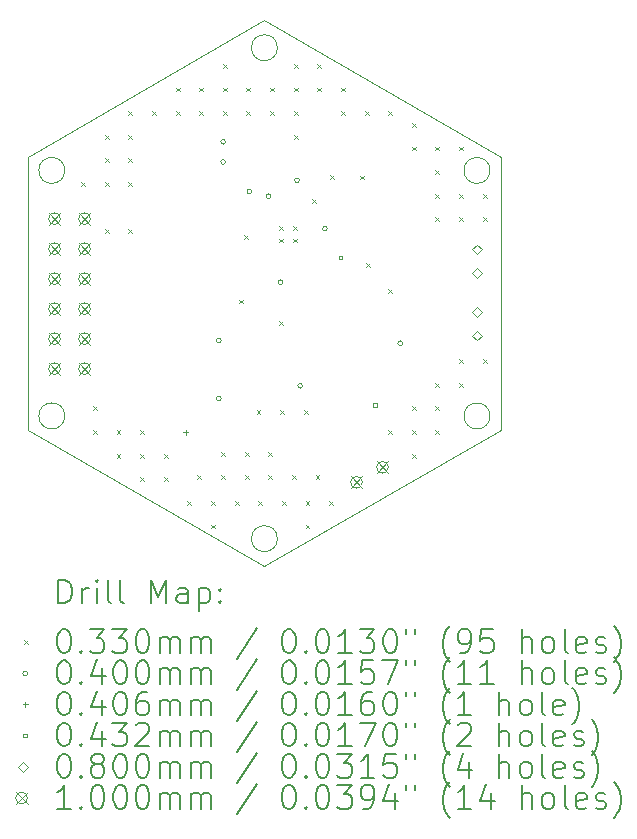
<source format=gbr>
%TF.GenerationSoftware,KiCad,Pcbnew,7.0.5*%
%TF.CreationDate,2023-06-07T18:34:15-04:00*%
%TF.ProjectId,PWR,5057522e-6b69-4636-9164-5f7063625858,rev?*%
%TF.SameCoordinates,Original*%
%TF.FileFunction,Drillmap*%
%TF.FilePolarity,Positive*%
%FSLAX45Y45*%
G04 Gerber Fmt 4.5, Leading zero omitted, Abs format (unit mm)*
G04 Created by KiCad (PCBNEW 7.0.5) date 2023-06-07 18:34:15*
%MOMM*%
%LPD*%
G01*
G04 APERTURE LIST*
%ADD10C,0.100000*%
%ADD11C,0.200000*%
%ADD12C,0.033020*%
%ADD13C,0.040000*%
%ADD14C,0.040640*%
%ADD15C,0.043180*%
%ADD16C,0.080000*%
G04 APERTURE END LIST*
D10*
X12700000Y-8385898D02*
X12700000Y-10695299D01*
X14810000Y-7462138D02*
G75*
G03*
X14810000Y-7462138I-110000J0D01*
G01*
X13010000Y-8501368D02*
G75*
G03*
X13010000Y-8501368I-110000J0D01*
G01*
X14700000Y-7231198D02*
X12700000Y-8385898D01*
X14810000Y-11619060D02*
G75*
G03*
X14810000Y-11619060I-110000J0D01*
G01*
X16610000Y-10579829D02*
G75*
G03*
X16610000Y-10579829I-110000J0D01*
G01*
X12700000Y-10695299D02*
X14700000Y-11850000D01*
X13010000Y-10579829D02*
G75*
G03*
X13010000Y-10579829I-110000J0D01*
G01*
X16700000Y-10695299D02*
X16700000Y-8385898D01*
X16700000Y-8385898D02*
X14700000Y-7231198D01*
X14700000Y-11850000D02*
X16700000Y-10695299D01*
X16610000Y-8501368D02*
G75*
G03*
X16610000Y-8501368I-110000J0D01*
G01*
D11*
D12*
X13148490Y-8599490D02*
X13181510Y-8632510D01*
X13181510Y-8599490D02*
X13148490Y-8632510D01*
X13248490Y-10499490D02*
X13281510Y-10532510D01*
X13281510Y-10499490D02*
X13248490Y-10532510D01*
X13248490Y-10699490D02*
X13281510Y-10732510D01*
X13281510Y-10699490D02*
X13248490Y-10732510D01*
X13348490Y-8199490D02*
X13381510Y-8232510D01*
X13381510Y-8199490D02*
X13348490Y-8232510D01*
X13348490Y-8399490D02*
X13381510Y-8432510D01*
X13381510Y-8399490D02*
X13348490Y-8432510D01*
X13348490Y-8599490D02*
X13381510Y-8632510D01*
X13381510Y-8599490D02*
X13348490Y-8632510D01*
X13348490Y-8999490D02*
X13381510Y-9032510D01*
X13381510Y-8999490D02*
X13348490Y-9032510D01*
X13448490Y-10699490D02*
X13481510Y-10732510D01*
X13481510Y-10699490D02*
X13448490Y-10732510D01*
X13448490Y-10899490D02*
X13481510Y-10932510D01*
X13481510Y-10899490D02*
X13448490Y-10932510D01*
X13548490Y-7999490D02*
X13581510Y-8032510D01*
X13581510Y-7999490D02*
X13548490Y-8032510D01*
X13548490Y-8199490D02*
X13581510Y-8232510D01*
X13581510Y-8199490D02*
X13548490Y-8232510D01*
X13548490Y-8399490D02*
X13581510Y-8432510D01*
X13581510Y-8399490D02*
X13548490Y-8432510D01*
X13548490Y-8599490D02*
X13581510Y-8632510D01*
X13581510Y-8599490D02*
X13548490Y-8632510D01*
X13548490Y-8999490D02*
X13581510Y-9032510D01*
X13581510Y-8999490D02*
X13548490Y-9032510D01*
X13648490Y-10699490D02*
X13681510Y-10732510D01*
X13681510Y-10699490D02*
X13648490Y-10732510D01*
X13648490Y-10899490D02*
X13681510Y-10932510D01*
X13681510Y-10899490D02*
X13648490Y-10932510D01*
X13648490Y-11099490D02*
X13681510Y-11132510D01*
X13681510Y-11099490D02*
X13648490Y-11132510D01*
X13748490Y-7999490D02*
X13781510Y-8032510D01*
X13781510Y-7999490D02*
X13748490Y-8032510D01*
X13848490Y-10899490D02*
X13881510Y-10932510D01*
X13881510Y-10899490D02*
X13848490Y-10932510D01*
X13848490Y-11099490D02*
X13881510Y-11132510D01*
X13881510Y-11099490D02*
X13848490Y-11132510D01*
X13948490Y-7799490D02*
X13981510Y-7832510D01*
X13981510Y-7799490D02*
X13948490Y-7832510D01*
X13948490Y-7999490D02*
X13981510Y-8032510D01*
X13981510Y-7999490D02*
X13948490Y-8032510D01*
X14048490Y-11299490D02*
X14081510Y-11332510D01*
X14081510Y-11299490D02*
X14048490Y-11332510D01*
X14133490Y-11083490D02*
X14166510Y-11116510D01*
X14166510Y-11083490D02*
X14133490Y-11116510D01*
X14148490Y-7799490D02*
X14181510Y-7832510D01*
X14181510Y-7799490D02*
X14148490Y-7832510D01*
X14148490Y-7999490D02*
X14181510Y-8032510D01*
X14181510Y-7999490D02*
X14148490Y-8032510D01*
X14248490Y-11299490D02*
X14281510Y-11332510D01*
X14281510Y-11299490D02*
X14248490Y-11332510D01*
X14248490Y-11499490D02*
X14281510Y-11532510D01*
X14281510Y-11499490D02*
X14248490Y-11532510D01*
X14333490Y-10883490D02*
X14366510Y-10916510D01*
X14366510Y-10883490D02*
X14333490Y-10916510D01*
X14333490Y-11083490D02*
X14366510Y-11116510D01*
X14366510Y-11083490D02*
X14333490Y-11116510D01*
X14348490Y-7599490D02*
X14381510Y-7632510D01*
X14381510Y-7599490D02*
X14348490Y-7632510D01*
X14348490Y-7799490D02*
X14381510Y-7832510D01*
X14381510Y-7799490D02*
X14348490Y-7832510D01*
X14348490Y-7999490D02*
X14381510Y-8032510D01*
X14381510Y-7999490D02*
X14348490Y-8032510D01*
X14448490Y-11299490D02*
X14481510Y-11332510D01*
X14481510Y-11299490D02*
X14448490Y-11332510D01*
X14486240Y-9594490D02*
X14519260Y-9627510D01*
X14519260Y-9594490D02*
X14486240Y-9627510D01*
X14528490Y-9048490D02*
X14561510Y-9081510D01*
X14561510Y-9048490D02*
X14528490Y-9081510D01*
X14533490Y-10883490D02*
X14566510Y-10916510D01*
X14566510Y-10883490D02*
X14533490Y-10916510D01*
X14533490Y-11083490D02*
X14566510Y-11116510D01*
X14566510Y-11083490D02*
X14533490Y-11116510D01*
X14548490Y-7799490D02*
X14581510Y-7832510D01*
X14581510Y-7799490D02*
X14548490Y-7832510D01*
X14548490Y-7999490D02*
X14581510Y-8032510D01*
X14581510Y-7999490D02*
X14548490Y-8032510D01*
X14633490Y-10533490D02*
X14666510Y-10566510D01*
X14666510Y-10533490D02*
X14633490Y-10566510D01*
X14648490Y-11299490D02*
X14681510Y-11332510D01*
X14681510Y-11299490D02*
X14648490Y-11332510D01*
X14733490Y-10883490D02*
X14766510Y-10916510D01*
X14766510Y-10883490D02*
X14733490Y-10916510D01*
X14733490Y-11083490D02*
X14766510Y-11116510D01*
X14766510Y-11083490D02*
X14733490Y-11116510D01*
X14748490Y-7799490D02*
X14781510Y-7832510D01*
X14781510Y-7799490D02*
X14748490Y-7832510D01*
X14748490Y-7999490D02*
X14781510Y-8032510D01*
X14781510Y-7999490D02*
X14748490Y-8032510D01*
X14824490Y-8970490D02*
X14857510Y-9003510D01*
X14857510Y-8970490D02*
X14824490Y-9003510D01*
X14824490Y-9077918D02*
X14857510Y-9110938D01*
X14857510Y-9077918D02*
X14824490Y-9110938D01*
X14824490Y-9778490D02*
X14857510Y-9811510D01*
X14857510Y-9778490D02*
X14824490Y-9811510D01*
X14833490Y-10533490D02*
X14866510Y-10566510D01*
X14866510Y-10533490D02*
X14833490Y-10566510D01*
X14848490Y-11299490D02*
X14881510Y-11332510D01*
X14881510Y-11299490D02*
X14848490Y-11332510D01*
X14933490Y-11083490D02*
X14966510Y-11116510D01*
X14966510Y-11083490D02*
X14933490Y-11116510D01*
X14938990Y-8971990D02*
X14972010Y-9005010D01*
X14972010Y-8971990D02*
X14938990Y-9005010D01*
X14940062Y-9077918D02*
X14973082Y-9110938D01*
X14973082Y-9077918D02*
X14940062Y-9110938D01*
X14948490Y-7599490D02*
X14981510Y-7632510D01*
X14981510Y-7599490D02*
X14948490Y-7632510D01*
X14948490Y-7799490D02*
X14981510Y-7832510D01*
X14981510Y-7799490D02*
X14948490Y-7832510D01*
X14948490Y-7999490D02*
X14981510Y-8032510D01*
X14981510Y-7999490D02*
X14948490Y-8032510D01*
X14948490Y-8199490D02*
X14981510Y-8232510D01*
X14981510Y-8199490D02*
X14948490Y-8232510D01*
X15033490Y-10533490D02*
X15066510Y-10566510D01*
X15066510Y-10533490D02*
X15033490Y-10566510D01*
X15048490Y-11299490D02*
X15081510Y-11332510D01*
X15081510Y-11299490D02*
X15048490Y-11332510D01*
X15048490Y-11499490D02*
X15081510Y-11532510D01*
X15081510Y-11499490D02*
X15048490Y-11532510D01*
X15102490Y-8744490D02*
X15135510Y-8777510D01*
X15135510Y-8744490D02*
X15102490Y-8777510D01*
X15133490Y-11083490D02*
X15166510Y-11116510D01*
X15166510Y-11083490D02*
X15133490Y-11116510D01*
X15148490Y-7599490D02*
X15181510Y-7632510D01*
X15181510Y-7599490D02*
X15148490Y-7632510D01*
X15148490Y-7799490D02*
X15181510Y-7832510D01*
X15181510Y-7799490D02*
X15148490Y-7832510D01*
X15248490Y-11299490D02*
X15281510Y-11332510D01*
X15281510Y-11299490D02*
X15248490Y-11332510D01*
X15256490Y-8540490D02*
X15289510Y-8573510D01*
X15289510Y-8540490D02*
X15256490Y-8573510D01*
X15348490Y-7799490D02*
X15381510Y-7832510D01*
X15381510Y-7799490D02*
X15348490Y-7832510D01*
X15348490Y-7999490D02*
X15381510Y-8032510D01*
X15381510Y-7999490D02*
X15348490Y-8032510D01*
X15511490Y-8544490D02*
X15544510Y-8577510D01*
X15544510Y-8544490D02*
X15511490Y-8577510D01*
X15548490Y-7999490D02*
X15581510Y-8032510D01*
X15581510Y-7999490D02*
X15548490Y-8032510D01*
X15557490Y-9282490D02*
X15590510Y-9315510D01*
X15590510Y-9282490D02*
X15557490Y-9315510D01*
X15748490Y-7999490D02*
X15781510Y-8032510D01*
X15781510Y-7999490D02*
X15748490Y-8032510D01*
X15748490Y-10699490D02*
X15781510Y-10732510D01*
X15781510Y-10699490D02*
X15748490Y-10732510D01*
X15750490Y-9508490D02*
X15783510Y-9541510D01*
X15783510Y-9508490D02*
X15750490Y-9541510D01*
X15948490Y-8099490D02*
X15981510Y-8132510D01*
X15981510Y-8099490D02*
X15948490Y-8132510D01*
X15948490Y-8299490D02*
X15981510Y-8332510D01*
X15981510Y-8299490D02*
X15948490Y-8332510D01*
X15948490Y-10499490D02*
X15981510Y-10532510D01*
X15981510Y-10499490D02*
X15948490Y-10532510D01*
X15948490Y-10699490D02*
X15981510Y-10732510D01*
X15981510Y-10699490D02*
X15948490Y-10732510D01*
X15948490Y-10899490D02*
X15981510Y-10932510D01*
X15981510Y-10899490D02*
X15948490Y-10932510D01*
X16148490Y-8299490D02*
X16181510Y-8332510D01*
X16181510Y-8299490D02*
X16148490Y-8332510D01*
X16148490Y-8499490D02*
X16181510Y-8532510D01*
X16181510Y-8499490D02*
X16148490Y-8532510D01*
X16148490Y-8699490D02*
X16181510Y-8732510D01*
X16181510Y-8699490D02*
X16148490Y-8732510D01*
X16148490Y-8899490D02*
X16181510Y-8932510D01*
X16181510Y-8899490D02*
X16148490Y-8932510D01*
X16148490Y-10299490D02*
X16181510Y-10332510D01*
X16181510Y-10299490D02*
X16148490Y-10332510D01*
X16148490Y-10499490D02*
X16181510Y-10532510D01*
X16181510Y-10499490D02*
X16148490Y-10532510D01*
X16148490Y-10699490D02*
X16181510Y-10732510D01*
X16181510Y-10699490D02*
X16148490Y-10732510D01*
X16348490Y-8299490D02*
X16381510Y-8332510D01*
X16381510Y-8299490D02*
X16348490Y-8332510D01*
X16348490Y-8699490D02*
X16381510Y-8732510D01*
X16381510Y-8699490D02*
X16348490Y-8732510D01*
X16348490Y-8899490D02*
X16381510Y-8932510D01*
X16381510Y-8899490D02*
X16348490Y-8932510D01*
X16348490Y-10099490D02*
X16381510Y-10132510D01*
X16381510Y-10099490D02*
X16348490Y-10132510D01*
X16348490Y-10299490D02*
X16381510Y-10332510D01*
X16381510Y-10299490D02*
X16348490Y-10332510D01*
X16548490Y-8699490D02*
X16581510Y-8732510D01*
X16581510Y-8699490D02*
X16548490Y-8732510D01*
X16548490Y-8899490D02*
X16581510Y-8932510D01*
X16581510Y-8899490D02*
X16548490Y-8932510D01*
X16548490Y-10099490D02*
X16581510Y-10132510D01*
X16581510Y-10099490D02*
X16548490Y-10132510D01*
D13*
X14333000Y-9942000D02*
G75*
G03*
X14333000Y-9942000I-20000J0D01*
G01*
X14333000Y-10432000D02*
G75*
G03*
X14333000Y-10432000I-20000J0D01*
G01*
X14370822Y-8259428D02*
G75*
G03*
X14370822Y-8259428I-20000J0D01*
G01*
X14370822Y-8429428D02*
G75*
G03*
X14370822Y-8429428I-20000J0D01*
G01*
X14592572Y-8678428D02*
G75*
G03*
X14592572Y-8678428I-20000J0D01*
G01*
X14754572Y-8720428D02*
G75*
G03*
X14754572Y-8720428I-20000J0D01*
G01*
X14857572Y-9446428D02*
G75*
G03*
X14857572Y-9446428I-20000J0D01*
G01*
X14996000Y-8585000D02*
G75*
G03*
X14996000Y-8585000I-20000J0D01*
G01*
X15023000Y-10325250D02*
G75*
G03*
X15023000Y-10325250I-20000J0D01*
G01*
X15232572Y-8994428D02*
G75*
G03*
X15232572Y-8994428I-20000J0D01*
G01*
X15870000Y-9964000D02*
G75*
G03*
X15870000Y-9964000I-20000J0D01*
G01*
D14*
X14035001Y-10697680D02*
X14035001Y-10738320D01*
X14014681Y-10718000D02*
X14055321Y-10718000D01*
D15*
X15360268Y-9253267D02*
X15360268Y-9222734D01*
X15329734Y-9222734D01*
X15329734Y-9253267D01*
X15360268Y-9253267D01*
X15654268Y-10502266D02*
X15654268Y-10471733D01*
X15623734Y-10471733D01*
X15623734Y-10502266D01*
X15654268Y-10502266D01*
D16*
X16500000Y-9210000D02*
X16540000Y-9170000D01*
X16500000Y-9130000D01*
X16460000Y-9170000D01*
X16500000Y-9210000D01*
X16500000Y-9410000D02*
X16540000Y-9370000D01*
X16500000Y-9330000D01*
X16460000Y-9370000D01*
X16500000Y-9410000D01*
X16500000Y-9740000D02*
X16540000Y-9700000D01*
X16500000Y-9660000D01*
X16460000Y-9700000D01*
X16500000Y-9740000D01*
X16500000Y-9940000D02*
X16540000Y-9900000D01*
X16500000Y-9860000D01*
X16460000Y-9900000D01*
X16500000Y-9940000D01*
D10*
X12872500Y-8860000D02*
X12972500Y-8960000D01*
X12972500Y-8860000D02*
X12872500Y-8960000D01*
X12972500Y-8910000D02*
G75*
G03*
X12972500Y-8910000I-50000J0D01*
G01*
X12872500Y-9114000D02*
X12972500Y-9214000D01*
X12972500Y-9114000D02*
X12872500Y-9214000D01*
X12972500Y-9164000D02*
G75*
G03*
X12972500Y-9164000I-50000J0D01*
G01*
X12872500Y-9368000D02*
X12972500Y-9468000D01*
X12972500Y-9368000D02*
X12872500Y-9468000D01*
X12972500Y-9418000D02*
G75*
G03*
X12972500Y-9418000I-50000J0D01*
G01*
X12872500Y-9622000D02*
X12972500Y-9722000D01*
X12972500Y-9622000D02*
X12872500Y-9722000D01*
X12972500Y-9672000D02*
G75*
G03*
X12972500Y-9672000I-50000J0D01*
G01*
X12872500Y-9876000D02*
X12972500Y-9976000D01*
X12972500Y-9876000D02*
X12872500Y-9976000D01*
X12972500Y-9926000D02*
G75*
G03*
X12972500Y-9926000I-50000J0D01*
G01*
X12872500Y-10130000D02*
X12972500Y-10230000D01*
X12972500Y-10130000D02*
X12872500Y-10230000D01*
X12972500Y-10180000D02*
G75*
G03*
X12972500Y-10180000I-50000J0D01*
G01*
X13126500Y-8860000D02*
X13226500Y-8960000D01*
X13226500Y-8860000D02*
X13126500Y-8960000D01*
X13226500Y-8910000D02*
G75*
G03*
X13226500Y-8910000I-50000J0D01*
G01*
X13126500Y-9114000D02*
X13226500Y-9214000D01*
X13226500Y-9114000D02*
X13126500Y-9214000D01*
X13226500Y-9164000D02*
G75*
G03*
X13226500Y-9164000I-50000J0D01*
G01*
X13126500Y-9368000D02*
X13226500Y-9468000D01*
X13226500Y-9368000D02*
X13126500Y-9468000D01*
X13226500Y-9418000D02*
G75*
G03*
X13226500Y-9418000I-50000J0D01*
G01*
X13126500Y-9622000D02*
X13226500Y-9722000D01*
X13226500Y-9622000D02*
X13126500Y-9722000D01*
X13226500Y-9672000D02*
G75*
G03*
X13226500Y-9672000I-50000J0D01*
G01*
X13126500Y-9876000D02*
X13226500Y-9976000D01*
X13226500Y-9876000D02*
X13126500Y-9976000D01*
X13226500Y-9926000D02*
G75*
G03*
X13226500Y-9926000I-50000J0D01*
G01*
X13126500Y-10130000D02*
X13226500Y-10230000D01*
X13226500Y-10130000D02*
X13126500Y-10230000D01*
X13226500Y-10180000D02*
G75*
G03*
X13226500Y-10180000I-50000J0D01*
G01*
X15429448Y-11091250D02*
X15529448Y-11191250D01*
X15529448Y-11091250D02*
X15429448Y-11191250D01*
X15529448Y-11141250D02*
G75*
G03*
X15529448Y-11141250I-50000J0D01*
G01*
X15649418Y-10964250D02*
X15749418Y-11064250D01*
X15749418Y-10964250D02*
X15649418Y-11064250D01*
X15749418Y-11014250D02*
G75*
G03*
X15749418Y-11014250I-50000J0D01*
G01*
D11*
X12955777Y-12166484D02*
X12955777Y-11966484D01*
X12955777Y-11966484D02*
X13003396Y-11966484D01*
X13003396Y-11966484D02*
X13031967Y-11976008D01*
X13031967Y-11976008D02*
X13051015Y-11995055D01*
X13051015Y-11995055D02*
X13060539Y-12014103D01*
X13060539Y-12014103D02*
X13070062Y-12052198D01*
X13070062Y-12052198D02*
X13070062Y-12080769D01*
X13070062Y-12080769D02*
X13060539Y-12118865D01*
X13060539Y-12118865D02*
X13051015Y-12137912D01*
X13051015Y-12137912D02*
X13031967Y-12156960D01*
X13031967Y-12156960D02*
X13003396Y-12166484D01*
X13003396Y-12166484D02*
X12955777Y-12166484D01*
X13155777Y-12166484D02*
X13155777Y-12033150D01*
X13155777Y-12071246D02*
X13165301Y-12052198D01*
X13165301Y-12052198D02*
X13174824Y-12042674D01*
X13174824Y-12042674D02*
X13193872Y-12033150D01*
X13193872Y-12033150D02*
X13212920Y-12033150D01*
X13279586Y-12166484D02*
X13279586Y-12033150D01*
X13279586Y-11966484D02*
X13270062Y-11976008D01*
X13270062Y-11976008D02*
X13279586Y-11985531D01*
X13279586Y-11985531D02*
X13289110Y-11976008D01*
X13289110Y-11976008D02*
X13279586Y-11966484D01*
X13279586Y-11966484D02*
X13279586Y-11985531D01*
X13403396Y-12166484D02*
X13384348Y-12156960D01*
X13384348Y-12156960D02*
X13374824Y-12137912D01*
X13374824Y-12137912D02*
X13374824Y-11966484D01*
X13508158Y-12166484D02*
X13489110Y-12156960D01*
X13489110Y-12156960D02*
X13479586Y-12137912D01*
X13479586Y-12137912D02*
X13479586Y-11966484D01*
X13736729Y-12166484D02*
X13736729Y-11966484D01*
X13736729Y-11966484D02*
X13803396Y-12109341D01*
X13803396Y-12109341D02*
X13870062Y-11966484D01*
X13870062Y-11966484D02*
X13870062Y-12166484D01*
X14051015Y-12166484D02*
X14051015Y-12061722D01*
X14051015Y-12061722D02*
X14041491Y-12042674D01*
X14041491Y-12042674D02*
X14022443Y-12033150D01*
X14022443Y-12033150D02*
X13984348Y-12033150D01*
X13984348Y-12033150D02*
X13965301Y-12042674D01*
X14051015Y-12156960D02*
X14031967Y-12166484D01*
X14031967Y-12166484D02*
X13984348Y-12166484D01*
X13984348Y-12166484D02*
X13965301Y-12156960D01*
X13965301Y-12156960D02*
X13955777Y-12137912D01*
X13955777Y-12137912D02*
X13955777Y-12118865D01*
X13955777Y-12118865D02*
X13965301Y-12099817D01*
X13965301Y-12099817D02*
X13984348Y-12090293D01*
X13984348Y-12090293D02*
X14031967Y-12090293D01*
X14031967Y-12090293D02*
X14051015Y-12080769D01*
X14146253Y-12033150D02*
X14146253Y-12233150D01*
X14146253Y-12042674D02*
X14165301Y-12033150D01*
X14165301Y-12033150D02*
X14203396Y-12033150D01*
X14203396Y-12033150D02*
X14222443Y-12042674D01*
X14222443Y-12042674D02*
X14231967Y-12052198D01*
X14231967Y-12052198D02*
X14241491Y-12071246D01*
X14241491Y-12071246D02*
X14241491Y-12128388D01*
X14241491Y-12128388D02*
X14231967Y-12147436D01*
X14231967Y-12147436D02*
X14222443Y-12156960D01*
X14222443Y-12156960D02*
X14203396Y-12166484D01*
X14203396Y-12166484D02*
X14165301Y-12166484D01*
X14165301Y-12166484D02*
X14146253Y-12156960D01*
X14327205Y-12147436D02*
X14336729Y-12156960D01*
X14336729Y-12156960D02*
X14327205Y-12166484D01*
X14327205Y-12166484D02*
X14317682Y-12156960D01*
X14317682Y-12156960D02*
X14327205Y-12147436D01*
X14327205Y-12147436D02*
X14327205Y-12166484D01*
X14327205Y-12042674D02*
X14336729Y-12052198D01*
X14336729Y-12052198D02*
X14327205Y-12061722D01*
X14327205Y-12061722D02*
X14317682Y-12052198D01*
X14317682Y-12052198D02*
X14327205Y-12042674D01*
X14327205Y-12042674D02*
X14327205Y-12061722D01*
D12*
X12661980Y-12478490D02*
X12695000Y-12511510D01*
X12695000Y-12478490D02*
X12661980Y-12511510D01*
D11*
X12993872Y-12386484D02*
X13012920Y-12386484D01*
X13012920Y-12386484D02*
X13031967Y-12396008D01*
X13031967Y-12396008D02*
X13041491Y-12405531D01*
X13041491Y-12405531D02*
X13051015Y-12424579D01*
X13051015Y-12424579D02*
X13060539Y-12462674D01*
X13060539Y-12462674D02*
X13060539Y-12510293D01*
X13060539Y-12510293D02*
X13051015Y-12548388D01*
X13051015Y-12548388D02*
X13041491Y-12567436D01*
X13041491Y-12567436D02*
X13031967Y-12576960D01*
X13031967Y-12576960D02*
X13012920Y-12586484D01*
X13012920Y-12586484D02*
X12993872Y-12586484D01*
X12993872Y-12586484D02*
X12974824Y-12576960D01*
X12974824Y-12576960D02*
X12965301Y-12567436D01*
X12965301Y-12567436D02*
X12955777Y-12548388D01*
X12955777Y-12548388D02*
X12946253Y-12510293D01*
X12946253Y-12510293D02*
X12946253Y-12462674D01*
X12946253Y-12462674D02*
X12955777Y-12424579D01*
X12955777Y-12424579D02*
X12965301Y-12405531D01*
X12965301Y-12405531D02*
X12974824Y-12396008D01*
X12974824Y-12396008D02*
X12993872Y-12386484D01*
X13146253Y-12567436D02*
X13155777Y-12576960D01*
X13155777Y-12576960D02*
X13146253Y-12586484D01*
X13146253Y-12586484D02*
X13136729Y-12576960D01*
X13136729Y-12576960D02*
X13146253Y-12567436D01*
X13146253Y-12567436D02*
X13146253Y-12586484D01*
X13222443Y-12386484D02*
X13346253Y-12386484D01*
X13346253Y-12386484D02*
X13279586Y-12462674D01*
X13279586Y-12462674D02*
X13308158Y-12462674D01*
X13308158Y-12462674D02*
X13327205Y-12472198D01*
X13327205Y-12472198D02*
X13336729Y-12481722D01*
X13336729Y-12481722D02*
X13346253Y-12500769D01*
X13346253Y-12500769D02*
X13346253Y-12548388D01*
X13346253Y-12548388D02*
X13336729Y-12567436D01*
X13336729Y-12567436D02*
X13327205Y-12576960D01*
X13327205Y-12576960D02*
X13308158Y-12586484D01*
X13308158Y-12586484D02*
X13251015Y-12586484D01*
X13251015Y-12586484D02*
X13231967Y-12576960D01*
X13231967Y-12576960D02*
X13222443Y-12567436D01*
X13412920Y-12386484D02*
X13536729Y-12386484D01*
X13536729Y-12386484D02*
X13470062Y-12462674D01*
X13470062Y-12462674D02*
X13498634Y-12462674D01*
X13498634Y-12462674D02*
X13517682Y-12472198D01*
X13517682Y-12472198D02*
X13527205Y-12481722D01*
X13527205Y-12481722D02*
X13536729Y-12500769D01*
X13536729Y-12500769D02*
X13536729Y-12548388D01*
X13536729Y-12548388D02*
X13527205Y-12567436D01*
X13527205Y-12567436D02*
X13517682Y-12576960D01*
X13517682Y-12576960D02*
X13498634Y-12586484D01*
X13498634Y-12586484D02*
X13441491Y-12586484D01*
X13441491Y-12586484D02*
X13422443Y-12576960D01*
X13422443Y-12576960D02*
X13412920Y-12567436D01*
X13660539Y-12386484D02*
X13679586Y-12386484D01*
X13679586Y-12386484D02*
X13698634Y-12396008D01*
X13698634Y-12396008D02*
X13708158Y-12405531D01*
X13708158Y-12405531D02*
X13717682Y-12424579D01*
X13717682Y-12424579D02*
X13727205Y-12462674D01*
X13727205Y-12462674D02*
X13727205Y-12510293D01*
X13727205Y-12510293D02*
X13717682Y-12548388D01*
X13717682Y-12548388D02*
X13708158Y-12567436D01*
X13708158Y-12567436D02*
X13698634Y-12576960D01*
X13698634Y-12576960D02*
X13679586Y-12586484D01*
X13679586Y-12586484D02*
X13660539Y-12586484D01*
X13660539Y-12586484D02*
X13641491Y-12576960D01*
X13641491Y-12576960D02*
X13631967Y-12567436D01*
X13631967Y-12567436D02*
X13622443Y-12548388D01*
X13622443Y-12548388D02*
X13612920Y-12510293D01*
X13612920Y-12510293D02*
X13612920Y-12462674D01*
X13612920Y-12462674D02*
X13622443Y-12424579D01*
X13622443Y-12424579D02*
X13631967Y-12405531D01*
X13631967Y-12405531D02*
X13641491Y-12396008D01*
X13641491Y-12396008D02*
X13660539Y-12386484D01*
X13812920Y-12586484D02*
X13812920Y-12453150D01*
X13812920Y-12472198D02*
X13822443Y-12462674D01*
X13822443Y-12462674D02*
X13841491Y-12453150D01*
X13841491Y-12453150D02*
X13870063Y-12453150D01*
X13870063Y-12453150D02*
X13889110Y-12462674D01*
X13889110Y-12462674D02*
X13898634Y-12481722D01*
X13898634Y-12481722D02*
X13898634Y-12586484D01*
X13898634Y-12481722D02*
X13908158Y-12462674D01*
X13908158Y-12462674D02*
X13927205Y-12453150D01*
X13927205Y-12453150D02*
X13955777Y-12453150D01*
X13955777Y-12453150D02*
X13974824Y-12462674D01*
X13974824Y-12462674D02*
X13984348Y-12481722D01*
X13984348Y-12481722D02*
X13984348Y-12586484D01*
X14079586Y-12586484D02*
X14079586Y-12453150D01*
X14079586Y-12472198D02*
X14089110Y-12462674D01*
X14089110Y-12462674D02*
X14108158Y-12453150D01*
X14108158Y-12453150D02*
X14136729Y-12453150D01*
X14136729Y-12453150D02*
X14155777Y-12462674D01*
X14155777Y-12462674D02*
X14165301Y-12481722D01*
X14165301Y-12481722D02*
X14165301Y-12586484D01*
X14165301Y-12481722D02*
X14174824Y-12462674D01*
X14174824Y-12462674D02*
X14193872Y-12453150D01*
X14193872Y-12453150D02*
X14222443Y-12453150D01*
X14222443Y-12453150D02*
X14241491Y-12462674D01*
X14241491Y-12462674D02*
X14251015Y-12481722D01*
X14251015Y-12481722D02*
X14251015Y-12586484D01*
X14641491Y-12376960D02*
X14470063Y-12634103D01*
X14898634Y-12386484D02*
X14917682Y-12386484D01*
X14917682Y-12386484D02*
X14936729Y-12396008D01*
X14936729Y-12396008D02*
X14946253Y-12405531D01*
X14946253Y-12405531D02*
X14955777Y-12424579D01*
X14955777Y-12424579D02*
X14965301Y-12462674D01*
X14965301Y-12462674D02*
X14965301Y-12510293D01*
X14965301Y-12510293D02*
X14955777Y-12548388D01*
X14955777Y-12548388D02*
X14946253Y-12567436D01*
X14946253Y-12567436D02*
X14936729Y-12576960D01*
X14936729Y-12576960D02*
X14917682Y-12586484D01*
X14917682Y-12586484D02*
X14898634Y-12586484D01*
X14898634Y-12586484D02*
X14879586Y-12576960D01*
X14879586Y-12576960D02*
X14870063Y-12567436D01*
X14870063Y-12567436D02*
X14860539Y-12548388D01*
X14860539Y-12548388D02*
X14851015Y-12510293D01*
X14851015Y-12510293D02*
X14851015Y-12462674D01*
X14851015Y-12462674D02*
X14860539Y-12424579D01*
X14860539Y-12424579D02*
X14870063Y-12405531D01*
X14870063Y-12405531D02*
X14879586Y-12396008D01*
X14879586Y-12396008D02*
X14898634Y-12386484D01*
X15051015Y-12567436D02*
X15060539Y-12576960D01*
X15060539Y-12576960D02*
X15051015Y-12586484D01*
X15051015Y-12586484D02*
X15041491Y-12576960D01*
X15041491Y-12576960D02*
X15051015Y-12567436D01*
X15051015Y-12567436D02*
X15051015Y-12586484D01*
X15184348Y-12386484D02*
X15203396Y-12386484D01*
X15203396Y-12386484D02*
X15222444Y-12396008D01*
X15222444Y-12396008D02*
X15231967Y-12405531D01*
X15231967Y-12405531D02*
X15241491Y-12424579D01*
X15241491Y-12424579D02*
X15251015Y-12462674D01*
X15251015Y-12462674D02*
X15251015Y-12510293D01*
X15251015Y-12510293D02*
X15241491Y-12548388D01*
X15241491Y-12548388D02*
X15231967Y-12567436D01*
X15231967Y-12567436D02*
X15222444Y-12576960D01*
X15222444Y-12576960D02*
X15203396Y-12586484D01*
X15203396Y-12586484D02*
X15184348Y-12586484D01*
X15184348Y-12586484D02*
X15165301Y-12576960D01*
X15165301Y-12576960D02*
X15155777Y-12567436D01*
X15155777Y-12567436D02*
X15146253Y-12548388D01*
X15146253Y-12548388D02*
X15136729Y-12510293D01*
X15136729Y-12510293D02*
X15136729Y-12462674D01*
X15136729Y-12462674D02*
X15146253Y-12424579D01*
X15146253Y-12424579D02*
X15155777Y-12405531D01*
X15155777Y-12405531D02*
X15165301Y-12396008D01*
X15165301Y-12396008D02*
X15184348Y-12386484D01*
X15441491Y-12586484D02*
X15327206Y-12586484D01*
X15384348Y-12586484D02*
X15384348Y-12386484D01*
X15384348Y-12386484D02*
X15365301Y-12415055D01*
X15365301Y-12415055D02*
X15346253Y-12434103D01*
X15346253Y-12434103D02*
X15327206Y-12443627D01*
X15508158Y-12386484D02*
X15631967Y-12386484D01*
X15631967Y-12386484D02*
X15565301Y-12462674D01*
X15565301Y-12462674D02*
X15593872Y-12462674D01*
X15593872Y-12462674D02*
X15612920Y-12472198D01*
X15612920Y-12472198D02*
X15622444Y-12481722D01*
X15622444Y-12481722D02*
X15631967Y-12500769D01*
X15631967Y-12500769D02*
X15631967Y-12548388D01*
X15631967Y-12548388D02*
X15622444Y-12567436D01*
X15622444Y-12567436D02*
X15612920Y-12576960D01*
X15612920Y-12576960D02*
X15593872Y-12586484D01*
X15593872Y-12586484D02*
X15536729Y-12586484D01*
X15536729Y-12586484D02*
X15517682Y-12576960D01*
X15517682Y-12576960D02*
X15508158Y-12567436D01*
X15755777Y-12386484D02*
X15774825Y-12386484D01*
X15774825Y-12386484D02*
X15793872Y-12396008D01*
X15793872Y-12396008D02*
X15803396Y-12405531D01*
X15803396Y-12405531D02*
X15812920Y-12424579D01*
X15812920Y-12424579D02*
X15822444Y-12462674D01*
X15822444Y-12462674D02*
X15822444Y-12510293D01*
X15822444Y-12510293D02*
X15812920Y-12548388D01*
X15812920Y-12548388D02*
X15803396Y-12567436D01*
X15803396Y-12567436D02*
X15793872Y-12576960D01*
X15793872Y-12576960D02*
X15774825Y-12586484D01*
X15774825Y-12586484D02*
X15755777Y-12586484D01*
X15755777Y-12586484D02*
X15736729Y-12576960D01*
X15736729Y-12576960D02*
X15727206Y-12567436D01*
X15727206Y-12567436D02*
X15717682Y-12548388D01*
X15717682Y-12548388D02*
X15708158Y-12510293D01*
X15708158Y-12510293D02*
X15708158Y-12462674D01*
X15708158Y-12462674D02*
X15717682Y-12424579D01*
X15717682Y-12424579D02*
X15727206Y-12405531D01*
X15727206Y-12405531D02*
X15736729Y-12396008D01*
X15736729Y-12396008D02*
X15755777Y-12386484D01*
X15898634Y-12386484D02*
X15898634Y-12424579D01*
X15974825Y-12386484D02*
X15974825Y-12424579D01*
X16270063Y-12662674D02*
X16260539Y-12653150D01*
X16260539Y-12653150D02*
X16241491Y-12624579D01*
X16241491Y-12624579D02*
X16231968Y-12605531D01*
X16231968Y-12605531D02*
X16222444Y-12576960D01*
X16222444Y-12576960D02*
X16212920Y-12529341D01*
X16212920Y-12529341D02*
X16212920Y-12491246D01*
X16212920Y-12491246D02*
X16222444Y-12443627D01*
X16222444Y-12443627D02*
X16231968Y-12415055D01*
X16231968Y-12415055D02*
X16241491Y-12396008D01*
X16241491Y-12396008D02*
X16260539Y-12367436D01*
X16260539Y-12367436D02*
X16270063Y-12357912D01*
X16355777Y-12586484D02*
X16393872Y-12586484D01*
X16393872Y-12586484D02*
X16412920Y-12576960D01*
X16412920Y-12576960D02*
X16422444Y-12567436D01*
X16422444Y-12567436D02*
X16441491Y-12538865D01*
X16441491Y-12538865D02*
X16451015Y-12500769D01*
X16451015Y-12500769D02*
X16451015Y-12424579D01*
X16451015Y-12424579D02*
X16441491Y-12405531D01*
X16441491Y-12405531D02*
X16431968Y-12396008D01*
X16431968Y-12396008D02*
X16412920Y-12386484D01*
X16412920Y-12386484D02*
X16374825Y-12386484D01*
X16374825Y-12386484D02*
X16355777Y-12396008D01*
X16355777Y-12396008D02*
X16346253Y-12405531D01*
X16346253Y-12405531D02*
X16336729Y-12424579D01*
X16336729Y-12424579D02*
X16336729Y-12472198D01*
X16336729Y-12472198D02*
X16346253Y-12491246D01*
X16346253Y-12491246D02*
X16355777Y-12500769D01*
X16355777Y-12500769D02*
X16374825Y-12510293D01*
X16374825Y-12510293D02*
X16412920Y-12510293D01*
X16412920Y-12510293D02*
X16431968Y-12500769D01*
X16431968Y-12500769D02*
X16441491Y-12491246D01*
X16441491Y-12491246D02*
X16451015Y-12472198D01*
X16631968Y-12386484D02*
X16536729Y-12386484D01*
X16536729Y-12386484D02*
X16527206Y-12481722D01*
X16527206Y-12481722D02*
X16536729Y-12472198D01*
X16536729Y-12472198D02*
X16555777Y-12462674D01*
X16555777Y-12462674D02*
X16603396Y-12462674D01*
X16603396Y-12462674D02*
X16622444Y-12472198D01*
X16622444Y-12472198D02*
X16631968Y-12481722D01*
X16631968Y-12481722D02*
X16641491Y-12500769D01*
X16641491Y-12500769D02*
X16641491Y-12548388D01*
X16641491Y-12548388D02*
X16631968Y-12567436D01*
X16631968Y-12567436D02*
X16622444Y-12576960D01*
X16622444Y-12576960D02*
X16603396Y-12586484D01*
X16603396Y-12586484D02*
X16555777Y-12586484D01*
X16555777Y-12586484D02*
X16536729Y-12576960D01*
X16536729Y-12576960D02*
X16527206Y-12567436D01*
X16879587Y-12586484D02*
X16879587Y-12386484D01*
X16965301Y-12586484D02*
X16965301Y-12481722D01*
X16965301Y-12481722D02*
X16955777Y-12462674D01*
X16955777Y-12462674D02*
X16936730Y-12453150D01*
X16936730Y-12453150D02*
X16908158Y-12453150D01*
X16908158Y-12453150D02*
X16889111Y-12462674D01*
X16889111Y-12462674D02*
X16879587Y-12472198D01*
X17089111Y-12586484D02*
X17070063Y-12576960D01*
X17070063Y-12576960D02*
X17060539Y-12567436D01*
X17060539Y-12567436D02*
X17051015Y-12548388D01*
X17051015Y-12548388D02*
X17051015Y-12491246D01*
X17051015Y-12491246D02*
X17060539Y-12472198D01*
X17060539Y-12472198D02*
X17070063Y-12462674D01*
X17070063Y-12462674D02*
X17089111Y-12453150D01*
X17089111Y-12453150D02*
X17117682Y-12453150D01*
X17117682Y-12453150D02*
X17136730Y-12462674D01*
X17136730Y-12462674D02*
X17146253Y-12472198D01*
X17146253Y-12472198D02*
X17155777Y-12491246D01*
X17155777Y-12491246D02*
X17155777Y-12548388D01*
X17155777Y-12548388D02*
X17146253Y-12567436D01*
X17146253Y-12567436D02*
X17136730Y-12576960D01*
X17136730Y-12576960D02*
X17117682Y-12586484D01*
X17117682Y-12586484D02*
X17089111Y-12586484D01*
X17270063Y-12586484D02*
X17251015Y-12576960D01*
X17251015Y-12576960D02*
X17241492Y-12557912D01*
X17241492Y-12557912D02*
X17241492Y-12386484D01*
X17422444Y-12576960D02*
X17403396Y-12586484D01*
X17403396Y-12586484D02*
X17365301Y-12586484D01*
X17365301Y-12586484D02*
X17346253Y-12576960D01*
X17346253Y-12576960D02*
X17336730Y-12557912D01*
X17336730Y-12557912D02*
X17336730Y-12481722D01*
X17336730Y-12481722D02*
X17346253Y-12462674D01*
X17346253Y-12462674D02*
X17365301Y-12453150D01*
X17365301Y-12453150D02*
X17403396Y-12453150D01*
X17403396Y-12453150D02*
X17422444Y-12462674D01*
X17422444Y-12462674D02*
X17431968Y-12481722D01*
X17431968Y-12481722D02*
X17431968Y-12500769D01*
X17431968Y-12500769D02*
X17336730Y-12519817D01*
X17508158Y-12576960D02*
X17527206Y-12586484D01*
X17527206Y-12586484D02*
X17565301Y-12586484D01*
X17565301Y-12586484D02*
X17584349Y-12576960D01*
X17584349Y-12576960D02*
X17593873Y-12557912D01*
X17593873Y-12557912D02*
X17593873Y-12548388D01*
X17593873Y-12548388D02*
X17584349Y-12529341D01*
X17584349Y-12529341D02*
X17565301Y-12519817D01*
X17565301Y-12519817D02*
X17536730Y-12519817D01*
X17536730Y-12519817D02*
X17517682Y-12510293D01*
X17517682Y-12510293D02*
X17508158Y-12491246D01*
X17508158Y-12491246D02*
X17508158Y-12481722D01*
X17508158Y-12481722D02*
X17517682Y-12462674D01*
X17517682Y-12462674D02*
X17536730Y-12453150D01*
X17536730Y-12453150D02*
X17565301Y-12453150D01*
X17565301Y-12453150D02*
X17584349Y-12462674D01*
X17660539Y-12662674D02*
X17670063Y-12653150D01*
X17670063Y-12653150D02*
X17689111Y-12624579D01*
X17689111Y-12624579D02*
X17698634Y-12605531D01*
X17698634Y-12605531D02*
X17708158Y-12576960D01*
X17708158Y-12576960D02*
X17717682Y-12529341D01*
X17717682Y-12529341D02*
X17717682Y-12491246D01*
X17717682Y-12491246D02*
X17708158Y-12443627D01*
X17708158Y-12443627D02*
X17698634Y-12415055D01*
X17698634Y-12415055D02*
X17689111Y-12396008D01*
X17689111Y-12396008D02*
X17670063Y-12367436D01*
X17670063Y-12367436D02*
X17660539Y-12357912D01*
D13*
X12695000Y-12759000D02*
G75*
G03*
X12695000Y-12759000I-20000J0D01*
G01*
D11*
X12993872Y-12650484D02*
X13012920Y-12650484D01*
X13012920Y-12650484D02*
X13031967Y-12660008D01*
X13031967Y-12660008D02*
X13041491Y-12669531D01*
X13041491Y-12669531D02*
X13051015Y-12688579D01*
X13051015Y-12688579D02*
X13060539Y-12726674D01*
X13060539Y-12726674D02*
X13060539Y-12774293D01*
X13060539Y-12774293D02*
X13051015Y-12812388D01*
X13051015Y-12812388D02*
X13041491Y-12831436D01*
X13041491Y-12831436D02*
X13031967Y-12840960D01*
X13031967Y-12840960D02*
X13012920Y-12850484D01*
X13012920Y-12850484D02*
X12993872Y-12850484D01*
X12993872Y-12850484D02*
X12974824Y-12840960D01*
X12974824Y-12840960D02*
X12965301Y-12831436D01*
X12965301Y-12831436D02*
X12955777Y-12812388D01*
X12955777Y-12812388D02*
X12946253Y-12774293D01*
X12946253Y-12774293D02*
X12946253Y-12726674D01*
X12946253Y-12726674D02*
X12955777Y-12688579D01*
X12955777Y-12688579D02*
X12965301Y-12669531D01*
X12965301Y-12669531D02*
X12974824Y-12660008D01*
X12974824Y-12660008D02*
X12993872Y-12650484D01*
X13146253Y-12831436D02*
X13155777Y-12840960D01*
X13155777Y-12840960D02*
X13146253Y-12850484D01*
X13146253Y-12850484D02*
X13136729Y-12840960D01*
X13136729Y-12840960D02*
X13146253Y-12831436D01*
X13146253Y-12831436D02*
X13146253Y-12850484D01*
X13327205Y-12717150D02*
X13327205Y-12850484D01*
X13279586Y-12640960D02*
X13231967Y-12783817D01*
X13231967Y-12783817D02*
X13355777Y-12783817D01*
X13470062Y-12650484D02*
X13489110Y-12650484D01*
X13489110Y-12650484D02*
X13508158Y-12660008D01*
X13508158Y-12660008D02*
X13517682Y-12669531D01*
X13517682Y-12669531D02*
X13527205Y-12688579D01*
X13527205Y-12688579D02*
X13536729Y-12726674D01*
X13536729Y-12726674D02*
X13536729Y-12774293D01*
X13536729Y-12774293D02*
X13527205Y-12812388D01*
X13527205Y-12812388D02*
X13517682Y-12831436D01*
X13517682Y-12831436D02*
X13508158Y-12840960D01*
X13508158Y-12840960D02*
X13489110Y-12850484D01*
X13489110Y-12850484D02*
X13470062Y-12850484D01*
X13470062Y-12850484D02*
X13451015Y-12840960D01*
X13451015Y-12840960D02*
X13441491Y-12831436D01*
X13441491Y-12831436D02*
X13431967Y-12812388D01*
X13431967Y-12812388D02*
X13422443Y-12774293D01*
X13422443Y-12774293D02*
X13422443Y-12726674D01*
X13422443Y-12726674D02*
X13431967Y-12688579D01*
X13431967Y-12688579D02*
X13441491Y-12669531D01*
X13441491Y-12669531D02*
X13451015Y-12660008D01*
X13451015Y-12660008D02*
X13470062Y-12650484D01*
X13660539Y-12650484D02*
X13679586Y-12650484D01*
X13679586Y-12650484D02*
X13698634Y-12660008D01*
X13698634Y-12660008D02*
X13708158Y-12669531D01*
X13708158Y-12669531D02*
X13717682Y-12688579D01*
X13717682Y-12688579D02*
X13727205Y-12726674D01*
X13727205Y-12726674D02*
X13727205Y-12774293D01*
X13727205Y-12774293D02*
X13717682Y-12812388D01*
X13717682Y-12812388D02*
X13708158Y-12831436D01*
X13708158Y-12831436D02*
X13698634Y-12840960D01*
X13698634Y-12840960D02*
X13679586Y-12850484D01*
X13679586Y-12850484D02*
X13660539Y-12850484D01*
X13660539Y-12850484D02*
X13641491Y-12840960D01*
X13641491Y-12840960D02*
X13631967Y-12831436D01*
X13631967Y-12831436D02*
X13622443Y-12812388D01*
X13622443Y-12812388D02*
X13612920Y-12774293D01*
X13612920Y-12774293D02*
X13612920Y-12726674D01*
X13612920Y-12726674D02*
X13622443Y-12688579D01*
X13622443Y-12688579D02*
X13631967Y-12669531D01*
X13631967Y-12669531D02*
X13641491Y-12660008D01*
X13641491Y-12660008D02*
X13660539Y-12650484D01*
X13812920Y-12850484D02*
X13812920Y-12717150D01*
X13812920Y-12736198D02*
X13822443Y-12726674D01*
X13822443Y-12726674D02*
X13841491Y-12717150D01*
X13841491Y-12717150D02*
X13870063Y-12717150D01*
X13870063Y-12717150D02*
X13889110Y-12726674D01*
X13889110Y-12726674D02*
X13898634Y-12745722D01*
X13898634Y-12745722D02*
X13898634Y-12850484D01*
X13898634Y-12745722D02*
X13908158Y-12726674D01*
X13908158Y-12726674D02*
X13927205Y-12717150D01*
X13927205Y-12717150D02*
X13955777Y-12717150D01*
X13955777Y-12717150D02*
X13974824Y-12726674D01*
X13974824Y-12726674D02*
X13984348Y-12745722D01*
X13984348Y-12745722D02*
X13984348Y-12850484D01*
X14079586Y-12850484D02*
X14079586Y-12717150D01*
X14079586Y-12736198D02*
X14089110Y-12726674D01*
X14089110Y-12726674D02*
X14108158Y-12717150D01*
X14108158Y-12717150D02*
X14136729Y-12717150D01*
X14136729Y-12717150D02*
X14155777Y-12726674D01*
X14155777Y-12726674D02*
X14165301Y-12745722D01*
X14165301Y-12745722D02*
X14165301Y-12850484D01*
X14165301Y-12745722D02*
X14174824Y-12726674D01*
X14174824Y-12726674D02*
X14193872Y-12717150D01*
X14193872Y-12717150D02*
X14222443Y-12717150D01*
X14222443Y-12717150D02*
X14241491Y-12726674D01*
X14241491Y-12726674D02*
X14251015Y-12745722D01*
X14251015Y-12745722D02*
X14251015Y-12850484D01*
X14641491Y-12640960D02*
X14470063Y-12898103D01*
X14898634Y-12650484D02*
X14917682Y-12650484D01*
X14917682Y-12650484D02*
X14936729Y-12660008D01*
X14936729Y-12660008D02*
X14946253Y-12669531D01*
X14946253Y-12669531D02*
X14955777Y-12688579D01*
X14955777Y-12688579D02*
X14965301Y-12726674D01*
X14965301Y-12726674D02*
X14965301Y-12774293D01*
X14965301Y-12774293D02*
X14955777Y-12812388D01*
X14955777Y-12812388D02*
X14946253Y-12831436D01*
X14946253Y-12831436D02*
X14936729Y-12840960D01*
X14936729Y-12840960D02*
X14917682Y-12850484D01*
X14917682Y-12850484D02*
X14898634Y-12850484D01*
X14898634Y-12850484D02*
X14879586Y-12840960D01*
X14879586Y-12840960D02*
X14870063Y-12831436D01*
X14870063Y-12831436D02*
X14860539Y-12812388D01*
X14860539Y-12812388D02*
X14851015Y-12774293D01*
X14851015Y-12774293D02*
X14851015Y-12726674D01*
X14851015Y-12726674D02*
X14860539Y-12688579D01*
X14860539Y-12688579D02*
X14870063Y-12669531D01*
X14870063Y-12669531D02*
X14879586Y-12660008D01*
X14879586Y-12660008D02*
X14898634Y-12650484D01*
X15051015Y-12831436D02*
X15060539Y-12840960D01*
X15060539Y-12840960D02*
X15051015Y-12850484D01*
X15051015Y-12850484D02*
X15041491Y-12840960D01*
X15041491Y-12840960D02*
X15051015Y-12831436D01*
X15051015Y-12831436D02*
X15051015Y-12850484D01*
X15184348Y-12650484D02*
X15203396Y-12650484D01*
X15203396Y-12650484D02*
X15222444Y-12660008D01*
X15222444Y-12660008D02*
X15231967Y-12669531D01*
X15231967Y-12669531D02*
X15241491Y-12688579D01*
X15241491Y-12688579D02*
X15251015Y-12726674D01*
X15251015Y-12726674D02*
X15251015Y-12774293D01*
X15251015Y-12774293D02*
X15241491Y-12812388D01*
X15241491Y-12812388D02*
X15231967Y-12831436D01*
X15231967Y-12831436D02*
X15222444Y-12840960D01*
X15222444Y-12840960D02*
X15203396Y-12850484D01*
X15203396Y-12850484D02*
X15184348Y-12850484D01*
X15184348Y-12850484D02*
X15165301Y-12840960D01*
X15165301Y-12840960D02*
X15155777Y-12831436D01*
X15155777Y-12831436D02*
X15146253Y-12812388D01*
X15146253Y-12812388D02*
X15136729Y-12774293D01*
X15136729Y-12774293D02*
X15136729Y-12726674D01*
X15136729Y-12726674D02*
X15146253Y-12688579D01*
X15146253Y-12688579D02*
X15155777Y-12669531D01*
X15155777Y-12669531D02*
X15165301Y-12660008D01*
X15165301Y-12660008D02*
X15184348Y-12650484D01*
X15441491Y-12850484D02*
X15327206Y-12850484D01*
X15384348Y-12850484D02*
X15384348Y-12650484D01*
X15384348Y-12650484D02*
X15365301Y-12679055D01*
X15365301Y-12679055D02*
X15346253Y-12698103D01*
X15346253Y-12698103D02*
X15327206Y-12707627D01*
X15622444Y-12650484D02*
X15527206Y-12650484D01*
X15527206Y-12650484D02*
X15517682Y-12745722D01*
X15517682Y-12745722D02*
X15527206Y-12736198D01*
X15527206Y-12736198D02*
X15546253Y-12726674D01*
X15546253Y-12726674D02*
X15593872Y-12726674D01*
X15593872Y-12726674D02*
X15612920Y-12736198D01*
X15612920Y-12736198D02*
X15622444Y-12745722D01*
X15622444Y-12745722D02*
X15631967Y-12764769D01*
X15631967Y-12764769D02*
X15631967Y-12812388D01*
X15631967Y-12812388D02*
X15622444Y-12831436D01*
X15622444Y-12831436D02*
X15612920Y-12840960D01*
X15612920Y-12840960D02*
X15593872Y-12850484D01*
X15593872Y-12850484D02*
X15546253Y-12850484D01*
X15546253Y-12850484D02*
X15527206Y-12840960D01*
X15527206Y-12840960D02*
X15517682Y-12831436D01*
X15698634Y-12650484D02*
X15831967Y-12650484D01*
X15831967Y-12650484D02*
X15746253Y-12850484D01*
X15898634Y-12650484D02*
X15898634Y-12688579D01*
X15974825Y-12650484D02*
X15974825Y-12688579D01*
X16270063Y-12926674D02*
X16260539Y-12917150D01*
X16260539Y-12917150D02*
X16241491Y-12888579D01*
X16241491Y-12888579D02*
X16231968Y-12869531D01*
X16231968Y-12869531D02*
X16222444Y-12840960D01*
X16222444Y-12840960D02*
X16212920Y-12793341D01*
X16212920Y-12793341D02*
X16212920Y-12755246D01*
X16212920Y-12755246D02*
X16222444Y-12707627D01*
X16222444Y-12707627D02*
X16231968Y-12679055D01*
X16231968Y-12679055D02*
X16241491Y-12660008D01*
X16241491Y-12660008D02*
X16260539Y-12631436D01*
X16260539Y-12631436D02*
X16270063Y-12621912D01*
X16451015Y-12850484D02*
X16336729Y-12850484D01*
X16393872Y-12850484D02*
X16393872Y-12650484D01*
X16393872Y-12650484D02*
X16374825Y-12679055D01*
X16374825Y-12679055D02*
X16355777Y-12698103D01*
X16355777Y-12698103D02*
X16336729Y-12707627D01*
X16641491Y-12850484D02*
X16527206Y-12850484D01*
X16584348Y-12850484D02*
X16584348Y-12650484D01*
X16584348Y-12650484D02*
X16565301Y-12679055D01*
X16565301Y-12679055D02*
X16546253Y-12698103D01*
X16546253Y-12698103D02*
X16527206Y-12707627D01*
X16879587Y-12850484D02*
X16879587Y-12650484D01*
X16965301Y-12850484D02*
X16965301Y-12745722D01*
X16965301Y-12745722D02*
X16955777Y-12726674D01*
X16955777Y-12726674D02*
X16936730Y-12717150D01*
X16936730Y-12717150D02*
X16908158Y-12717150D01*
X16908158Y-12717150D02*
X16889111Y-12726674D01*
X16889111Y-12726674D02*
X16879587Y-12736198D01*
X17089111Y-12850484D02*
X17070063Y-12840960D01*
X17070063Y-12840960D02*
X17060539Y-12831436D01*
X17060539Y-12831436D02*
X17051015Y-12812388D01*
X17051015Y-12812388D02*
X17051015Y-12755246D01*
X17051015Y-12755246D02*
X17060539Y-12736198D01*
X17060539Y-12736198D02*
X17070063Y-12726674D01*
X17070063Y-12726674D02*
X17089111Y-12717150D01*
X17089111Y-12717150D02*
X17117682Y-12717150D01*
X17117682Y-12717150D02*
X17136730Y-12726674D01*
X17136730Y-12726674D02*
X17146253Y-12736198D01*
X17146253Y-12736198D02*
X17155777Y-12755246D01*
X17155777Y-12755246D02*
X17155777Y-12812388D01*
X17155777Y-12812388D02*
X17146253Y-12831436D01*
X17146253Y-12831436D02*
X17136730Y-12840960D01*
X17136730Y-12840960D02*
X17117682Y-12850484D01*
X17117682Y-12850484D02*
X17089111Y-12850484D01*
X17270063Y-12850484D02*
X17251015Y-12840960D01*
X17251015Y-12840960D02*
X17241492Y-12821912D01*
X17241492Y-12821912D02*
X17241492Y-12650484D01*
X17422444Y-12840960D02*
X17403396Y-12850484D01*
X17403396Y-12850484D02*
X17365301Y-12850484D01*
X17365301Y-12850484D02*
X17346253Y-12840960D01*
X17346253Y-12840960D02*
X17336730Y-12821912D01*
X17336730Y-12821912D02*
X17336730Y-12745722D01*
X17336730Y-12745722D02*
X17346253Y-12726674D01*
X17346253Y-12726674D02*
X17365301Y-12717150D01*
X17365301Y-12717150D02*
X17403396Y-12717150D01*
X17403396Y-12717150D02*
X17422444Y-12726674D01*
X17422444Y-12726674D02*
X17431968Y-12745722D01*
X17431968Y-12745722D02*
X17431968Y-12764769D01*
X17431968Y-12764769D02*
X17336730Y-12783817D01*
X17508158Y-12840960D02*
X17527206Y-12850484D01*
X17527206Y-12850484D02*
X17565301Y-12850484D01*
X17565301Y-12850484D02*
X17584349Y-12840960D01*
X17584349Y-12840960D02*
X17593873Y-12821912D01*
X17593873Y-12821912D02*
X17593873Y-12812388D01*
X17593873Y-12812388D02*
X17584349Y-12793341D01*
X17584349Y-12793341D02*
X17565301Y-12783817D01*
X17565301Y-12783817D02*
X17536730Y-12783817D01*
X17536730Y-12783817D02*
X17517682Y-12774293D01*
X17517682Y-12774293D02*
X17508158Y-12755246D01*
X17508158Y-12755246D02*
X17508158Y-12745722D01*
X17508158Y-12745722D02*
X17517682Y-12726674D01*
X17517682Y-12726674D02*
X17536730Y-12717150D01*
X17536730Y-12717150D02*
X17565301Y-12717150D01*
X17565301Y-12717150D02*
X17584349Y-12726674D01*
X17660539Y-12926674D02*
X17670063Y-12917150D01*
X17670063Y-12917150D02*
X17689111Y-12888579D01*
X17689111Y-12888579D02*
X17698634Y-12869531D01*
X17698634Y-12869531D02*
X17708158Y-12840960D01*
X17708158Y-12840960D02*
X17717682Y-12793341D01*
X17717682Y-12793341D02*
X17717682Y-12755246D01*
X17717682Y-12755246D02*
X17708158Y-12707627D01*
X17708158Y-12707627D02*
X17698634Y-12679055D01*
X17698634Y-12679055D02*
X17689111Y-12660008D01*
X17689111Y-12660008D02*
X17670063Y-12631436D01*
X17670063Y-12631436D02*
X17660539Y-12621912D01*
D14*
X12674680Y-13002680D02*
X12674680Y-13043320D01*
X12654360Y-13023000D02*
X12695000Y-13023000D01*
D11*
X12993872Y-12914484D02*
X13012920Y-12914484D01*
X13012920Y-12914484D02*
X13031967Y-12924008D01*
X13031967Y-12924008D02*
X13041491Y-12933531D01*
X13041491Y-12933531D02*
X13051015Y-12952579D01*
X13051015Y-12952579D02*
X13060539Y-12990674D01*
X13060539Y-12990674D02*
X13060539Y-13038293D01*
X13060539Y-13038293D02*
X13051015Y-13076388D01*
X13051015Y-13076388D02*
X13041491Y-13095436D01*
X13041491Y-13095436D02*
X13031967Y-13104960D01*
X13031967Y-13104960D02*
X13012920Y-13114484D01*
X13012920Y-13114484D02*
X12993872Y-13114484D01*
X12993872Y-13114484D02*
X12974824Y-13104960D01*
X12974824Y-13104960D02*
X12965301Y-13095436D01*
X12965301Y-13095436D02*
X12955777Y-13076388D01*
X12955777Y-13076388D02*
X12946253Y-13038293D01*
X12946253Y-13038293D02*
X12946253Y-12990674D01*
X12946253Y-12990674D02*
X12955777Y-12952579D01*
X12955777Y-12952579D02*
X12965301Y-12933531D01*
X12965301Y-12933531D02*
X12974824Y-12924008D01*
X12974824Y-12924008D02*
X12993872Y-12914484D01*
X13146253Y-13095436D02*
X13155777Y-13104960D01*
X13155777Y-13104960D02*
X13146253Y-13114484D01*
X13146253Y-13114484D02*
X13136729Y-13104960D01*
X13136729Y-13104960D02*
X13146253Y-13095436D01*
X13146253Y-13095436D02*
X13146253Y-13114484D01*
X13327205Y-12981150D02*
X13327205Y-13114484D01*
X13279586Y-12904960D02*
X13231967Y-13047817D01*
X13231967Y-13047817D02*
X13355777Y-13047817D01*
X13470062Y-12914484D02*
X13489110Y-12914484D01*
X13489110Y-12914484D02*
X13508158Y-12924008D01*
X13508158Y-12924008D02*
X13517682Y-12933531D01*
X13517682Y-12933531D02*
X13527205Y-12952579D01*
X13527205Y-12952579D02*
X13536729Y-12990674D01*
X13536729Y-12990674D02*
X13536729Y-13038293D01*
X13536729Y-13038293D02*
X13527205Y-13076388D01*
X13527205Y-13076388D02*
X13517682Y-13095436D01*
X13517682Y-13095436D02*
X13508158Y-13104960D01*
X13508158Y-13104960D02*
X13489110Y-13114484D01*
X13489110Y-13114484D02*
X13470062Y-13114484D01*
X13470062Y-13114484D02*
X13451015Y-13104960D01*
X13451015Y-13104960D02*
X13441491Y-13095436D01*
X13441491Y-13095436D02*
X13431967Y-13076388D01*
X13431967Y-13076388D02*
X13422443Y-13038293D01*
X13422443Y-13038293D02*
X13422443Y-12990674D01*
X13422443Y-12990674D02*
X13431967Y-12952579D01*
X13431967Y-12952579D02*
X13441491Y-12933531D01*
X13441491Y-12933531D02*
X13451015Y-12924008D01*
X13451015Y-12924008D02*
X13470062Y-12914484D01*
X13708158Y-12914484D02*
X13670062Y-12914484D01*
X13670062Y-12914484D02*
X13651015Y-12924008D01*
X13651015Y-12924008D02*
X13641491Y-12933531D01*
X13641491Y-12933531D02*
X13622443Y-12962103D01*
X13622443Y-12962103D02*
X13612920Y-13000198D01*
X13612920Y-13000198D02*
X13612920Y-13076388D01*
X13612920Y-13076388D02*
X13622443Y-13095436D01*
X13622443Y-13095436D02*
X13631967Y-13104960D01*
X13631967Y-13104960D02*
X13651015Y-13114484D01*
X13651015Y-13114484D02*
X13689110Y-13114484D01*
X13689110Y-13114484D02*
X13708158Y-13104960D01*
X13708158Y-13104960D02*
X13717682Y-13095436D01*
X13717682Y-13095436D02*
X13727205Y-13076388D01*
X13727205Y-13076388D02*
X13727205Y-13028769D01*
X13727205Y-13028769D02*
X13717682Y-13009722D01*
X13717682Y-13009722D02*
X13708158Y-13000198D01*
X13708158Y-13000198D02*
X13689110Y-12990674D01*
X13689110Y-12990674D02*
X13651015Y-12990674D01*
X13651015Y-12990674D02*
X13631967Y-13000198D01*
X13631967Y-13000198D02*
X13622443Y-13009722D01*
X13622443Y-13009722D02*
X13612920Y-13028769D01*
X13812920Y-13114484D02*
X13812920Y-12981150D01*
X13812920Y-13000198D02*
X13822443Y-12990674D01*
X13822443Y-12990674D02*
X13841491Y-12981150D01*
X13841491Y-12981150D02*
X13870063Y-12981150D01*
X13870063Y-12981150D02*
X13889110Y-12990674D01*
X13889110Y-12990674D02*
X13898634Y-13009722D01*
X13898634Y-13009722D02*
X13898634Y-13114484D01*
X13898634Y-13009722D02*
X13908158Y-12990674D01*
X13908158Y-12990674D02*
X13927205Y-12981150D01*
X13927205Y-12981150D02*
X13955777Y-12981150D01*
X13955777Y-12981150D02*
X13974824Y-12990674D01*
X13974824Y-12990674D02*
X13984348Y-13009722D01*
X13984348Y-13009722D02*
X13984348Y-13114484D01*
X14079586Y-13114484D02*
X14079586Y-12981150D01*
X14079586Y-13000198D02*
X14089110Y-12990674D01*
X14089110Y-12990674D02*
X14108158Y-12981150D01*
X14108158Y-12981150D02*
X14136729Y-12981150D01*
X14136729Y-12981150D02*
X14155777Y-12990674D01*
X14155777Y-12990674D02*
X14165301Y-13009722D01*
X14165301Y-13009722D02*
X14165301Y-13114484D01*
X14165301Y-13009722D02*
X14174824Y-12990674D01*
X14174824Y-12990674D02*
X14193872Y-12981150D01*
X14193872Y-12981150D02*
X14222443Y-12981150D01*
X14222443Y-12981150D02*
X14241491Y-12990674D01*
X14241491Y-12990674D02*
X14251015Y-13009722D01*
X14251015Y-13009722D02*
X14251015Y-13114484D01*
X14641491Y-12904960D02*
X14470063Y-13162103D01*
X14898634Y-12914484D02*
X14917682Y-12914484D01*
X14917682Y-12914484D02*
X14936729Y-12924008D01*
X14936729Y-12924008D02*
X14946253Y-12933531D01*
X14946253Y-12933531D02*
X14955777Y-12952579D01*
X14955777Y-12952579D02*
X14965301Y-12990674D01*
X14965301Y-12990674D02*
X14965301Y-13038293D01*
X14965301Y-13038293D02*
X14955777Y-13076388D01*
X14955777Y-13076388D02*
X14946253Y-13095436D01*
X14946253Y-13095436D02*
X14936729Y-13104960D01*
X14936729Y-13104960D02*
X14917682Y-13114484D01*
X14917682Y-13114484D02*
X14898634Y-13114484D01*
X14898634Y-13114484D02*
X14879586Y-13104960D01*
X14879586Y-13104960D02*
X14870063Y-13095436D01*
X14870063Y-13095436D02*
X14860539Y-13076388D01*
X14860539Y-13076388D02*
X14851015Y-13038293D01*
X14851015Y-13038293D02*
X14851015Y-12990674D01*
X14851015Y-12990674D02*
X14860539Y-12952579D01*
X14860539Y-12952579D02*
X14870063Y-12933531D01*
X14870063Y-12933531D02*
X14879586Y-12924008D01*
X14879586Y-12924008D02*
X14898634Y-12914484D01*
X15051015Y-13095436D02*
X15060539Y-13104960D01*
X15060539Y-13104960D02*
X15051015Y-13114484D01*
X15051015Y-13114484D02*
X15041491Y-13104960D01*
X15041491Y-13104960D02*
X15051015Y-13095436D01*
X15051015Y-13095436D02*
X15051015Y-13114484D01*
X15184348Y-12914484D02*
X15203396Y-12914484D01*
X15203396Y-12914484D02*
X15222444Y-12924008D01*
X15222444Y-12924008D02*
X15231967Y-12933531D01*
X15231967Y-12933531D02*
X15241491Y-12952579D01*
X15241491Y-12952579D02*
X15251015Y-12990674D01*
X15251015Y-12990674D02*
X15251015Y-13038293D01*
X15251015Y-13038293D02*
X15241491Y-13076388D01*
X15241491Y-13076388D02*
X15231967Y-13095436D01*
X15231967Y-13095436D02*
X15222444Y-13104960D01*
X15222444Y-13104960D02*
X15203396Y-13114484D01*
X15203396Y-13114484D02*
X15184348Y-13114484D01*
X15184348Y-13114484D02*
X15165301Y-13104960D01*
X15165301Y-13104960D02*
X15155777Y-13095436D01*
X15155777Y-13095436D02*
X15146253Y-13076388D01*
X15146253Y-13076388D02*
X15136729Y-13038293D01*
X15136729Y-13038293D02*
X15136729Y-12990674D01*
X15136729Y-12990674D02*
X15146253Y-12952579D01*
X15146253Y-12952579D02*
X15155777Y-12933531D01*
X15155777Y-12933531D02*
X15165301Y-12924008D01*
X15165301Y-12924008D02*
X15184348Y-12914484D01*
X15441491Y-13114484D02*
X15327206Y-13114484D01*
X15384348Y-13114484D02*
X15384348Y-12914484D01*
X15384348Y-12914484D02*
X15365301Y-12943055D01*
X15365301Y-12943055D02*
X15346253Y-12962103D01*
X15346253Y-12962103D02*
X15327206Y-12971627D01*
X15612920Y-12914484D02*
X15574825Y-12914484D01*
X15574825Y-12914484D02*
X15555777Y-12924008D01*
X15555777Y-12924008D02*
X15546253Y-12933531D01*
X15546253Y-12933531D02*
X15527206Y-12962103D01*
X15527206Y-12962103D02*
X15517682Y-13000198D01*
X15517682Y-13000198D02*
X15517682Y-13076388D01*
X15517682Y-13076388D02*
X15527206Y-13095436D01*
X15527206Y-13095436D02*
X15536729Y-13104960D01*
X15536729Y-13104960D02*
X15555777Y-13114484D01*
X15555777Y-13114484D02*
X15593872Y-13114484D01*
X15593872Y-13114484D02*
X15612920Y-13104960D01*
X15612920Y-13104960D02*
X15622444Y-13095436D01*
X15622444Y-13095436D02*
X15631967Y-13076388D01*
X15631967Y-13076388D02*
X15631967Y-13028769D01*
X15631967Y-13028769D02*
X15622444Y-13009722D01*
X15622444Y-13009722D02*
X15612920Y-13000198D01*
X15612920Y-13000198D02*
X15593872Y-12990674D01*
X15593872Y-12990674D02*
X15555777Y-12990674D01*
X15555777Y-12990674D02*
X15536729Y-13000198D01*
X15536729Y-13000198D02*
X15527206Y-13009722D01*
X15527206Y-13009722D02*
X15517682Y-13028769D01*
X15755777Y-12914484D02*
X15774825Y-12914484D01*
X15774825Y-12914484D02*
X15793872Y-12924008D01*
X15793872Y-12924008D02*
X15803396Y-12933531D01*
X15803396Y-12933531D02*
X15812920Y-12952579D01*
X15812920Y-12952579D02*
X15822444Y-12990674D01*
X15822444Y-12990674D02*
X15822444Y-13038293D01*
X15822444Y-13038293D02*
X15812920Y-13076388D01*
X15812920Y-13076388D02*
X15803396Y-13095436D01*
X15803396Y-13095436D02*
X15793872Y-13104960D01*
X15793872Y-13104960D02*
X15774825Y-13114484D01*
X15774825Y-13114484D02*
X15755777Y-13114484D01*
X15755777Y-13114484D02*
X15736729Y-13104960D01*
X15736729Y-13104960D02*
X15727206Y-13095436D01*
X15727206Y-13095436D02*
X15717682Y-13076388D01*
X15717682Y-13076388D02*
X15708158Y-13038293D01*
X15708158Y-13038293D02*
X15708158Y-12990674D01*
X15708158Y-12990674D02*
X15717682Y-12952579D01*
X15717682Y-12952579D02*
X15727206Y-12933531D01*
X15727206Y-12933531D02*
X15736729Y-12924008D01*
X15736729Y-12924008D02*
X15755777Y-12914484D01*
X15898634Y-12914484D02*
X15898634Y-12952579D01*
X15974825Y-12914484D02*
X15974825Y-12952579D01*
X16270063Y-13190674D02*
X16260539Y-13181150D01*
X16260539Y-13181150D02*
X16241491Y-13152579D01*
X16241491Y-13152579D02*
X16231968Y-13133531D01*
X16231968Y-13133531D02*
X16222444Y-13104960D01*
X16222444Y-13104960D02*
X16212920Y-13057341D01*
X16212920Y-13057341D02*
X16212920Y-13019246D01*
X16212920Y-13019246D02*
X16222444Y-12971627D01*
X16222444Y-12971627D02*
X16231968Y-12943055D01*
X16231968Y-12943055D02*
X16241491Y-12924008D01*
X16241491Y-12924008D02*
X16260539Y-12895436D01*
X16260539Y-12895436D02*
X16270063Y-12885912D01*
X16451015Y-13114484D02*
X16336729Y-13114484D01*
X16393872Y-13114484D02*
X16393872Y-12914484D01*
X16393872Y-12914484D02*
X16374825Y-12943055D01*
X16374825Y-12943055D02*
X16355777Y-12962103D01*
X16355777Y-12962103D02*
X16336729Y-12971627D01*
X16689110Y-13114484D02*
X16689110Y-12914484D01*
X16774825Y-13114484D02*
X16774825Y-13009722D01*
X16774825Y-13009722D02*
X16765301Y-12990674D01*
X16765301Y-12990674D02*
X16746253Y-12981150D01*
X16746253Y-12981150D02*
X16717682Y-12981150D01*
X16717682Y-12981150D02*
X16698634Y-12990674D01*
X16698634Y-12990674D02*
X16689110Y-13000198D01*
X16898634Y-13114484D02*
X16879587Y-13104960D01*
X16879587Y-13104960D02*
X16870063Y-13095436D01*
X16870063Y-13095436D02*
X16860539Y-13076388D01*
X16860539Y-13076388D02*
X16860539Y-13019246D01*
X16860539Y-13019246D02*
X16870063Y-13000198D01*
X16870063Y-13000198D02*
X16879587Y-12990674D01*
X16879587Y-12990674D02*
X16898634Y-12981150D01*
X16898634Y-12981150D02*
X16927206Y-12981150D01*
X16927206Y-12981150D02*
X16946253Y-12990674D01*
X16946253Y-12990674D02*
X16955777Y-13000198D01*
X16955777Y-13000198D02*
X16965301Y-13019246D01*
X16965301Y-13019246D02*
X16965301Y-13076388D01*
X16965301Y-13076388D02*
X16955777Y-13095436D01*
X16955777Y-13095436D02*
X16946253Y-13104960D01*
X16946253Y-13104960D02*
X16927206Y-13114484D01*
X16927206Y-13114484D02*
X16898634Y-13114484D01*
X17079587Y-13114484D02*
X17060539Y-13104960D01*
X17060539Y-13104960D02*
X17051015Y-13085912D01*
X17051015Y-13085912D02*
X17051015Y-12914484D01*
X17231968Y-13104960D02*
X17212920Y-13114484D01*
X17212920Y-13114484D02*
X17174825Y-13114484D01*
X17174825Y-13114484D02*
X17155777Y-13104960D01*
X17155777Y-13104960D02*
X17146253Y-13085912D01*
X17146253Y-13085912D02*
X17146253Y-13009722D01*
X17146253Y-13009722D02*
X17155777Y-12990674D01*
X17155777Y-12990674D02*
X17174825Y-12981150D01*
X17174825Y-12981150D02*
X17212920Y-12981150D01*
X17212920Y-12981150D02*
X17231968Y-12990674D01*
X17231968Y-12990674D02*
X17241492Y-13009722D01*
X17241492Y-13009722D02*
X17241492Y-13028769D01*
X17241492Y-13028769D02*
X17146253Y-13047817D01*
X17308158Y-13190674D02*
X17317682Y-13181150D01*
X17317682Y-13181150D02*
X17336730Y-13152579D01*
X17336730Y-13152579D02*
X17346253Y-13133531D01*
X17346253Y-13133531D02*
X17355777Y-13104960D01*
X17355777Y-13104960D02*
X17365301Y-13057341D01*
X17365301Y-13057341D02*
X17365301Y-13019246D01*
X17365301Y-13019246D02*
X17355777Y-12971627D01*
X17355777Y-12971627D02*
X17346253Y-12943055D01*
X17346253Y-12943055D02*
X17336730Y-12924008D01*
X17336730Y-12924008D02*
X17317682Y-12895436D01*
X17317682Y-12895436D02*
X17308158Y-12885912D01*
D15*
X12688677Y-13302267D02*
X12688677Y-13271733D01*
X12658143Y-13271733D01*
X12658143Y-13302267D01*
X12688677Y-13302267D01*
D11*
X12993872Y-13178484D02*
X13012920Y-13178484D01*
X13012920Y-13178484D02*
X13031967Y-13188008D01*
X13031967Y-13188008D02*
X13041491Y-13197531D01*
X13041491Y-13197531D02*
X13051015Y-13216579D01*
X13051015Y-13216579D02*
X13060539Y-13254674D01*
X13060539Y-13254674D02*
X13060539Y-13302293D01*
X13060539Y-13302293D02*
X13051015Y-13340388D01*
X13051015Y-13340388D02*
X13041491Y-13359436D01*
X13041491Y-13359436D02*
X13031967Y-13368960D01*
X13031967Y-13368960D02*
X13012920Y-13378484D01*
X13012920Y-13378484D02*
X12993872Y-13378484D01*
X12993872Y-13378484D02*
X12974824Y-13368960D01*
X12974824Y-13368960D02*
X12965301Y-13359436D01*
X12965301Y-13359436D02*
X12955777Y-13340388D01*
X12955777Y-13340388D02*
X12946253Y-13302293D01*
X12946253Y-13302293D02*
X12946253Y-13254674D01*
X12946253Y-13254674D02*
X12955777Y-13216579D01*
X12955777Y-13216579D02*
X12965301Y-13197531D01*
X12965301Y-13197531D02*
X12974824Y-13188008D01*
X12974824Y-13188008D02*
X12993872Y-13178484D01*
X13146253Y-13359436D02*
X13155777Y-13368960D01*
X13155777Y-13368960D02*
X13146253Y-13378484D01*
X13146253Y-13378484D02*
X13136729Y-13368960D01*
X13136729Y-13368960D02*
X13146253Y-13359436D01*
X13146253Y-13359436D02*
X13146253Y-13378484D01*
X13327205Y-13245150D02*
X13327205Y-13378484D01*
X13279586Y-13168960D02*
X13231967Y-13311817D01*
X13231967Y-13311817D02*
X13355777Y-13311817D01*
X13412920Y-13178484D02*
X13536729Y-13178484D01*
X13536729Y-13178484D02*
X13470062Y-13254674D01*
X13470062Y-13254674D02*
X13498634Y-13254674D01*
X13498634Y-13254674D02*
X13517682Y-13264198D01*
X13517682Y-13264198D02*
X13527205Y-13273722D01*
X13527205Y-13273722D02*
X13536729Y-13292769D01*
X13536729Y-13292769D02*
X13536729Y-13340388D01*
X13536729Y-13340388D02*
X13527205Y-13359436D01*
X13527205Y-13359436D02*
X13517682Y-13368960D01*
X13517682Y-13368960D02*
X13498634Y-13378484D01*
X13498634Y-13378484D02*
X13441491Y-13378484D01*
X13441491Y-13378484D02*
X13422443Y-13368960D01*
X13422443Y-13368960D02*
X13412920Y-13359436D01*
X13612920Y-13197531D02*
X13622443Y-13188008D01*
X13622443Y-13188008D02*
X13641491Y-13178484D01*
X13641491Y-13178484D02*
X13689110Y-13178484D01*
X13689110Y-13178484D02*
X13708158Y-13188008D01*
X13708158Y-13188008D02*
X13717682Y-13197531D01*
X13717682Y-13197531D02*
X13727205Y-13216579D01*
X13727205Y-13216579D02*
X13727205Y-13235627D01*
X13727205Y-13235627D02*
X13717682Y-13264198D01*
X13717682Y-13264198D02*
X13603396Y-13378484D01*
X13603396Y-13378484D02*
X13727205Y-13378484D01*
X13812920Y-13378484D02*
X13812920Y-13245150D01*
X13812920Y-13264198D02*
X13822443Y-13254674D01*
X13822443Y-13254674D02*
X13841491Y-13245150D01*
X13841491Y-13245150D02*
X13870063Y-13245150D01*
X13870063Y-13245150D02*
X13889110Y-13254674D01*
X13889110Y-13254674D02*
X13898634Y-13273722D01*
X13898634Y-13273722D02*
X13898634Y-13378484D01*
X13898634Y-13273722D02*
X13908158Y-13254674D01*
X13908158Y-13254674D02*
X13927205Y-13245150D01*
X13927205Y-13245150D02*
X13955777Y-13245150D01*
X13955777Y-13245150D02*
X13974824Y-13254674D01*
X13974824Y-13254674D02*
X13984348Y-13273722D01*
X13984348Y-13273722D02*
X13984348Y-13378484D01*
X14079586Y-13378484D02*
X14079586Y-13245150D01*
X14079586Y-13264198D02*
X14089110Y-13254674D01*
X14089110Y-13254674D02*
X14108158Y-13245150D01*
X14108158Y-13245150D02*
X14136729Y-13245150D01*
X14136729Y-13245150D02*
X14155777Y-13254674D01*
X14155777Y-13254674D02*
X14165301Y-13273722D01*
X14165301Y-13273722D02*
X14165301Y-13378484D01*
X14165301Y-13273722D02*
X14174824Y-13254674D01*
X14174824Y-13254674D02*
X14193872Y-13245150D01*
X14193872Y-13245150D02*
X14222443Y-13245150D01*
X14222443Y-13245150D02*
X14241491Y-13254674D01*
X14241491Y-13254674D02*
X14251015Y-13273722D01*
X14251015Y-13273722D02*
X14251015Y-13378484D01*
X14641491Y-13168960D02*
X14470063Y-13426103D01*
X14898634Y-13178484D02*
X14917682Y-13178484D01*
X14917682Y-13178484D02*
X14936729Y-13188008D01*
X14936729Y-13188008D02*
X14946253Y-13197531D01*
X14946253Y-13197531D02*
X14955777Y-13216579D01*
X14955777Y-13216579D02*
X14965301Y-13254674D01*
X14965301Y-13254674D02*
X14965301Y-13302293D01*
X14965301Y-13302293D02*
X14955777Y-13340388D01*
X14955777Y-13340388D02*
X14946253Y-13359436D01*
X14946253Y-13359436D02*
X14936729Y-13368960D01*
X14936729Y-13368960D02*
X14917682Y-13378484D01*
X14917682Y-13378484D02*
X14898634Y-13378484D01*
X14898634Y-13378484D02*
X14879586Y-13368960D01*
X14879586Y-13368960D02*
X14870063Y-13359436D01*
X14870063Y-13359436D02*
X14860539Y-13340388D01*
X14860539Y-13340388D02*
X14851015Y-13302293D01*
X14851015Y-13302293D02*
X14851015Y-13254674D01*
X14851015Y-13254674D02*
X14860539Y-13216579D01*
X14860539Y-13216579D02*
X14870063Y-13197531D01*
X14870063Y-13197531D02*
X14879586Y-13188008D01*
X14879586Y-13188008D02*
X14898634Y-13178484D01*
X15051015Y-13359436D02*
X15060539Y-13368960D01*
X15060539Y-13368960D02*
X15051015Y-13378484D01*
X15051015Y-13378484D02*
X15041491Y-13368960D01*
X15041491Y-13368960D02*
X15051015Y-13359436D01*
X15051015Y-13359436D02*
X15051015Y-13378484D01*
X15184348Y-13178484D02*
X15203396Y-13178484D01*
X15203396Y-13178484D02*
X15222444Y-13188008D01*
X15222444Y-13188008D02*
X15231967Y-13197531D01*
X15231967Y-13197531D02*
X15241491Y-13216579D01*
X15241491Y-13216579D02*
X15251015Y-13254674D01*
X15251015Y-13254674D02*
X15251015Y-13302293D01*
X15251015Y-13302293D02*
X15241491Y-13340388D01*
X15241491Y-13340388D02*
X15231967Y-13359436D01*
X15231967Y-13359436D02*
X15222444Y-13368960D01*
X15222444Y-13368960D02*
X15203396Y-13378484D01*
X15203396Y-13378484D02*
X15184348Y-13378484D01*
X15184348Y-13378484D02*
X15165301Y-13368960D01*
X15165301Y-13368960D02*
X15155777Y-13359436D01*
X15155777Y-13359436D02*
X15146253Y-13340388D01*
X15146253Y-13340388D02*
X15136729Y-13302293D01*
X15136729Y-13302293D02*
X15136729Y-13254674D01*
X15136729Y-13254674D02*
X15146253Y-13216579D01*
X15146253Y-13216579D02*
X15155777Y-13197531D01*
X15155777Y-13197531D02*
X15165301Y-13188008D01*
X15165301Y-13188008D02*
X15184348Y-13178484D01*
X15441491Y-13378484D02*
X15327206Y-13378484D01*
X15384348Y-13378484D02*
X15384348Y-13178484D01*
X15384348Y-13178484D02*
X15365301Y-13207055D01*
X15365301Y-13207055D02*
X15346253Y-13226103D01*
X15346253Y-13226103D02*
X15327206Y-13235627D01*
X15508158Y-13178484D02*
X15641491Y-13178484D01*
X15641491Y-13178484D02*
X15555777Y-13378484D01*
X15755777Y-13178484D02*
X15774825Y-13178484D01*
X15774825Y-13178484D02*
X15793872Y-13188008D01*
X15793872Y-13188008D02*
X15803396Y-13197531D01*
X15803396Y-13197531D02*
X15812920Y-13216579D01*
X15812920Y-13216579D02*
X15822444Y-13254674D01*
X15822444Y-13254674D02*
X15822444Y-13302293D01*
X15822444Y-13302293D02*
X15812920Y-13340388D01*
X15812920Y-13340388D02*
X15803396Y-13359436D01*
X15803396Y-13359436D02*
X15793872Y-13368960D01*
X15793872Y-13368960D02*
X15774825Y-13378484D01*
X15774825Y-13378484D02*
X15755777Y-13378484D01*
X15755777Y-13378484D02*
X15736729Y-13368960D01*
X15736729Y-13368960D02*
X15727206Y-13359436D01*
X15727206Y-13359436D02*
X15717682Y-13340388D01*
X15717682Y-13340388D02*
X15708158Y-13302293D01*
X15708158Y-13302293D02*
X15708158Y-13254674D01*
X15708158Y-13254674D02*
X15717682Y-13216579D01*
X15717682Y-13216579D02*
X15727206Y-13197531D01*
X15727206Y-13197531D02*
X15736729Y-13188008D01*
X15736729Y-13188008D02*
X15755777Y-13178484D01*
X15898634Y-13178484D02*
X15898634Y-13216579D01*
X15974825Y-13178484D02*
X15974825Y-13216579D01*
X16270063Y-13454674D02*
X16260539Y-13445150D01*
X16260539Y-13445150D02*
X16241491Y-13416579D01*
X16241491Y-13416579D02*
X16231968Y-13397531D01*
X16231968Y-13397531D02*
X16222444Y-13368960D01*
X16222444Y-13368960D02*
X16212920Y-13321341D01*
X16212920Y-13321341D02*
X16212920Y-13283246D01*
X16212920Y-13283246D02*
X16222444Y-13235627D01*
X16222444Y-13235627D02*
X16231968Y-13207055D01*
X16231968Y-13207055D02*
X16241491Y-13188008D01*
X16241491Y-13188008D02*
X16260539Y-13159436D01*
X16260539Y-13159436D02*
X16270063Y-13149912D01*
X16336729Y-13197531D02*
X16346253Y-13188008D01*
X16346253Y-13188008D02*
X16365301Y-13178484D01*
X16365301Y-13178484D02*
X16412920Y-13178484D01*
X16412920Y-13178484D02*
X16431968Y-13188008D01*
X16431968Y-13188008D02*
X16441491Y-13197531D01*
X16441491Y-13197531D02*
X16451015Y-13216579D01*
X16451015Y-13216579D02*
X16451015Y-13235627D01*
X16451015Y-13235627D02*
X16441491Y-13264198D01*
X16441491Y-13264198D02*
X16327206Y-13378484D01*
X16327206Y-13378484D02*
X16451015Y-13378484D01*
X16689110Y-13378484D02*
X16689110Y-13178484D01*
X16774825Y-13378484D02*
X16774825Y-13273722D01*
X16774825Y-13273722D02*
X16765301Y-13254674D01*
X16765301Y-13254674D02*
X16746253Y-13245150D01*
X16746253Y-13245150D02*
X16717682Y-13245150D01*
X16717682Y-13245150D02*
X16698634Y-13254674D01*
X16698634Y-13254674D02*
X16689110Y-13264198D01*
X16898634Y-13378484D02*
X16879587Y-13368960D01*
X16879587Y-13368960D02*
X16870063Y-13359436D01*
X16870063Y-13359436D02*
X16860539Y-13340388D01*
X16860539Y-13340388D02*
X16860539Y-13283246D01*
X16860539Y-13283246D02*
X16870063Y-13264198D01*
X16870063Y-13264198D02*
X16879587Y-13254674D01*
X16879587Y-13254674D02*
X16898634Y-13245150D01*
X16898634Y-13245150D02*
X16927206Y-13245150D01*
X16927206Y-13245150D02*
X16946253Y-13254674D01*
X16946253Y-13254674D02*
X16955777Y-13264198D01*
X16955777Y-13264198D02*
X16965301Y-13283246D01*
X16965301Y-13283246D02*
X16965301Y-13340388D01*
X16965301Y-13340388D02*
X16955777Y-13359436D01*
X16955777Y-13359436D02*
X16946253Y-13368960D01*
X16946253Y-13368960D02*
X16927206Y-13378484D01*
X16927206Y-13378484D02*
X16898634Y-13378484D01*
X17079587Y-13378484D02*
X17060539Y-13368960D01*
X17060539Y-13368960D02*
X17051015Y-13349912D01*
X17051015Y-13349912D02*
X17051015Y-13178484D01*
X17231968Y-13368960D02*
X17212920Y-13378484D01*
X17212920Y-13378484D02*
X17174825Y-13378484D01*
X17174825Y-13378484D02*
X17155777Y-13368960D01*
X17155777Y-13368960D02*
X17146253Y-13349912D01*
X17146253Y-13349912D02*
X17146253Y-13273722D01*
X17146253Y-13273722D02*
X17155777Y-13254674D01*
X17155777Y-13254674D02*
X17174825Y-13245150D01*
X17174825Y-13245150D02*
X17212920Y-13245150D01*
X17212920Y-13245150D02*
X17231968Y-13254674D01*
X17231968Y-13254674D02*
X17241492Y-13273722D01*
X17241492Y-13273722D02*
X17241492Y-13292769D01*
X17241492Y-13292769D02*
X17146253Y-13311817D01*
X17317682Y-13368960D02*
X17336730Y-13378484D01*
X17336730Y-13378484D02*
X17374825Y-13378484D01*
X17374825Y-13378484D02*
X17393873Y-13368960D01*
X17393873Y-13368960D02*
X17403396Y-13349912D01*
X17403396Y-13349912D02*
X17403396Y-13340388D01*
X17403396Y-13340388D02*
X17393873Y-13321341D01*
X17393873Y-13321341D02*
X17374825Y-13311817D01*
X17374825Y-13311817D02*
X17346253Y-13311817D01*
X17346253Y-13311817D02*
X17327206Y-13302293D01*
X17327206Y-13302293D02*
X17317682Y-13283246D01*
X17317682Y-13283246D02*
X17317682Y-13273722D01*
X17317682Y-13273722D02*
X17327206Y-13254674D01*
X17327206Y-13254674D02*
X17346253Y-13245150D01*
X17346253Y-13245150D02*
X17374825Y-13245150D01*
X17374825Y-13245150D02*
X17393873Y-13254674D01*
X17470063Y-13454674D02*
X17479587Y-13445150D01*
X17479587Y-13445150D02*
X17498634Y-13416579D01*
X17498634Y-13416579D02*
X17508158Y-13397531D01*
X17508158Y-13397531D02*
X17517682Y-13368960D01*
X17517682Y-13368960D02*
X17527206Y-13321341D01*
X17527206Y-13321341D02*
X17527206Y-13283246D01*
X17527206Y-13283246D02*
X17517682Y-13235627D01*
X17517682Y-13235627D02*
X17508158Y-13207055D01*
X17508158Y-13207055D02*
X17498634Y-13188008D01*
X17498634Y-13188008D02*
X17479587Y-13159436D01*
X17479587Y-13159436D02*
X17470063Y-13149912D01*
D16*
X12655000Y-13591000D02*
X12695000Y-13551000D01*
X12655000Y-13511000D01*
X12615000Y-13551000D01*
X12655000Y-13591000D01*
D11*
X12993872Y-13442484D02*
X13012920Y-13442484D01*
X13012920Y-13442484D02*
X13031967Y-13452008D01*
X13031967Y-13452008D02*
X13041491Y-13461531D01*
X13041491Y-13461531D02*
X13051015Y-13480579D01*
X13051015Y-13480579D02*
X13060539Y-13518674D01*
X13060539Y-13518674D02*
X13060539Y-13566293D01*
X13060539Y-13566293D02*
X13051015Y-13604388D01*
X13051015Y-13604388D02*
X13041491Y-13623436D01*
X13041491Y-13623436D02*
X13031967Y-13632960D01*
X13031967Y-13632960D02*
X13012920Y-13642484D01*
X13012920Y-13642484D02*
X12993872Y-13642484D01*
X12993872Y-13642484D02*
X12974824Y-13632960D01*
X12974824Y-13632960D02*
X12965301Y-13623436D01*
X12965301Y-13623436D02*
X12955777Y-13604388D01*
X12955777Y-13604388D02*
X12946253Y-13566293D01*
X12946253Y-13566293D02*
X12946253Y-13518674D01*
X12946253Y-13518674D02*
X12955777Y-13480579D01*
X12955777Y-13480579D02*
X12965301Y-13461531D01*
X12965301Y-13461531D02*
X12974824Y-13452008D01*
X12974824Y-13452008D02*
X12993872Y-13442484D01*
X13146253Y-13623436D02*
X13155777Y-13632960D01*
X13155777Y-13632960D02*
X13146253Y-13642484D01*
X13146253Y-13642484D02*
X13136729Y-13632960D01*
X13136729Y-13632960D02*
X13146253Y-13623436D01*
X13146253Y-13623436D02*
X13146253Y-13642484D01*
X13270062Y-13528198D02*
X13251015Y-13518674D01*
X13251015Y-13518674D02*
X13241491Y-13509150D01*
X13241491Y-13509150D02*
X13231967Y-13490103D01*
X13231967Y-13490103D02*
X13231967Y-13480579D01*
X13231967Y-13480579D02*
X13241491Y-13461531D01*
X13241491Y-13461531D02*
X13251015Y-13452008D01*
X13251015Y-13452008D02*
X13270062Y-13442484D01*
X13270062Y-13442484D02*
X13308158Y-13442484D01*
X13308158Y-13442484D02*
X13327205Y-13452008D01*
X13327205Y-13452008D02*
X13336729Y-13461531D01*
X13336729Y-13461531D02*
X13346253Y-13480579D01*
X13346253Y-13480579D02*
X13346253Y-13490103D01*
X13346253Y-13490103D02*
X13336729Y-13509150D01*
X13336729Y-13509150D02*
X13327205Y-13518674D01*
X13327205Y-13518674D02*
X13308158Y-13528198D01*
X13308158Y-13528198D02*
X13270062Y-13528198D01*
X13270062Y-13528198D02*
X13251015Y-13537722D01*
X13251015Y-13537722D02*
X13241491Y-13547246D01*
X13241491Y-13547246D02*
X13231967Y-13566293D01*
X13231967Y-13566293D02*
X13231967Y-13604388D01*
X13231967Y-13604388D02*
X13241491Y-13623436D01*
X13241491Y-13623436D02*
X13251015Y-13632960D01*
X13251015Y-13632960D02*
X13270062Y-13642484D01*
X13270062Y-13642484D02*
X13308158Y-13642484D01*
X13308158Y-13642484D02*
X13327205Y-13632960D01*
X13327205Y-13632960D02*
X13336729Y-13623436D01*
X13336729Y-13623436D02*
X13346253Y-13604388D01*
X13346253Y-13604388D02*
X13346253Y-13566293D01*
X13346253Y-13566293D02*
X13336729Y-13547246D01*
X13336729Y-13547246D02*
X13327205Y-13537722D01*
X13327205Y-13537722D02*
X13308158Y-13528198D01*
X13470062Y-13442484D02*
X13489110Y-13442484D01*
X13489110Y-13442484D02*
X13508158Y-13452008D01*
X13508158Y-13452008D02*
X13517682Y-13461531D01*
X13517682Y-13461531D02*
X13527205Y-13480579D01*
X13527205Y-13480579D02*
X13536729Y-13518674D01*
X13536729Y-13518674D02*
X13536729Y-13566293D01*
X13536729Y-13566293D02*
X13527205Y-13604388D01*
X13527205Y-13604388D02*
X13517682Y-13623436D01*
X13517682Y-13623436D02*
X13508158Y-13632960D01*
X13508158Y-13632960D02*
X13489110Y-13642484D01*
X13489110Y-13642484D02*
X13470062Y-13642484D01*
X13470062Y-13642484D02*
X13451015Y-13632960D01*
X13451015Y-13632960D02*
X13441491Y-13623436D01*
X13441491Y-13623436D02*
X13431967Y-13604388D01*
X13431967Y-13604388D02*
X13422443Y-13566293D01*
X13422443Y-13566293D02*
X13422443Y-13518674D01*
X13422443Y-13518674D02*
X13431967Y-13480579D01*
X13431967Y-13480579D02*
X13441491Y-13461531D01*
X13441491Y-13461531D02*
X13451015Y-13452008D01*
X13451015Y-13452008D02*
X13470062Y-13442484D01*
X13660539Y-13442484D02*
X13679586Y-13442484D01*
X13679586Y-13442484D02*
X13698634Y-13452008D01*
X13698634Y-13452008D02*
X13708158Y-13461531D01*
X13708158Y-13461531D02*
X13717682Y-13480579D01*
X13717682Y-13480579D02*
X13727205Y-13518674D01*
X13727205Y-13518674D02*
X13727205Y-13566293D01*
X13727205Y-13566293D02*
X13717682Y-13604388D01*
X13717682Y-13604388D02*
X13708158Y-13623436D01*
X13708158Y-13623436D02*
X13698634Y-13632960D01*
X13698634Y-13632960D02*
X13679586Y-13642484D01*
X13679586Y-13642484D02*
X13660539Y-13642484D01*
X13660539Y-13642484D02*
X13641491Y-13632960D01*
X13641491Y-13632960D02*
X13631967Y-13623436D01*
X13631967Y-13623436D02*
X13622443Y-13604388D01*
X13622443Y-13604388D02*
X13612920Y-13566293D01*
X13612920Y-13566293D02*
X13612920Y-13518674D01*
X13612920Y-13518674D02*
X13622443Y-13480579D01*
X13622443Y-13480579D02*
X13631967Y-13461531D01*
X13631967Y-13461531D02*
X13641491Y-13452008D01*
X13641491Y-13452008D02*
X13660539Y-13442484D01*
X13812920Y-13642484D02*
X13812920Y-13509150D01*
X13812920Y-13528198D02*
X13822443Y-13518674D01*
X13822443Y-13518674D02*
X13841491Y-13509150D01*
X13841491Y-13509150D02*
X13870063Y-13509150D01*
X13870063Y-13509150D02*
X13889110Y-13518674D01*
X13889110Y-13518674D02*
X13898634Y-13537722D01*
X13898634Y-13537722D02*
X13898634Y-13642484D01*
X13898634Y-13537722D02*
X13908158Y-13518674D01*
X13908158Y-13518674D02*
X13927205Y-13509150D01*
X13927205Y-13509150D02*
X13955777Y-13509150D01*
X13955777Y-13509150D02*
X13974824Y-13518674D01*
X13974824Y-13518674D02*
X13984348Y-13537722D01*
X13984348Y-13537722D02*
X13984348Y-13642484D01*
X14079586Y-13642484D02*
X14079586Y-13509150D01*
X14079586Y-13528198D02*
X14089110Y-13518674D01*
X14089110Y-13518674D02*
X14108158Y-13509150D01*
X14108158Y-13509150D02*
X14136729Y-13509150D01*
X14136729Y-13509150D02*
X14155777Y-13518674D01*
X14155777Y-13518674D02*
X14165301Y-13537722D01*
X14165301Y-13537722D02*
X14165301Y-13642484D01*
X14165301Y-13537722D02*
X14174824Y-13518674D01*
X14174824Y-13518674D02*
X14193872Y-13509150D01*
X14193872Y-13509150D02*
X14222443Y-13509150D01*
X14222443Y-13509150D02*
X14241491Y-13518674D01*
X14241491Y-13518674D02*
X14251015Y-13537722D01*
X14251015Y-13537722D02*
X14251015Y-13642484D01*
X14641491Y-13432960D02*
X14470063Y-13690103D01*
X14898634Y-13442484D02*
X14917682Y-13442484D01*
X14917682Y-13442484D02*
X14936729Y-13452008D01*
X14936729Y-13452008D02*
X14946253Y-13461531D01*
X14946253Y-13461531D02*
X14955777Y-13480579D01*
X14955777Y-13480579D02*
X14965301Y-13518674D01*
X14965301Y-13518674D02*
X14965301Y-13566293D01*
X14965301Y-13566293D02*
X14955777Y-13604388D01*
X14955777Y-13604388D02*
X14946253Y-13623436D01*
X14946253Y-13623436D02*
X14936729Y-13632960D01*
X14936729Y-13632960D02*
X14917682Y-13642484D01*
X14917682Y-13642484D02*
X14898634Y-13642484D01*
X14898634Y-13642484D02*
X14879586Y-13632960D01*
X14879586Y-13632960D02*
X14870063Y-13623436D01*
X14870063Y-13623436D02*
X14860539Y-13604388D01*
X14860539Y-13604388D02*
X14851015Y-13566293D01*
X14851015Y-13566293D02*
X14851015Y-13518674D01*
X14851015Y-13518674D02*
X14860539Y-13480579D01*
X14860539Y-13480579D02*
X14870063Y-13461531D01*
X14870063Y-13461531D02*
X14879586Y-13452008D01*
X14879586Y-13452008D02*
X14898634Y-13442484D01*
X15051015Y-13623436D02*
X15060539Y-13632960D01*
X15060539Y-13632960D02*
X15051015Y-13642484D01*
X15051015Y-13642484D02*
X15041491Y-13632960D01*
X15041491Y-13632960D02*
X15051015Y-13623436D01*
X15051015Y-13623436D02*
X15051015Y-13642484D01*
X15184348Y-13442484D02*
X15203396Y-13442484D01*
X15203396Y-13442484D02*
X15222444Y-13452008D01*
X15222444Y-13452008D02*
X15231967Y-13461531D01*
X15231967Y-13461531D02*
X15241491Y-13480579D01*
X15241491Y-13480579D02*
X15251015Y-13518674D01*
X15251015Y-13518674D02*
X15251015Y-13566293D01*
X15251015Y-13566293D02*
X15241491Y-13604388D01*
X15241491Y-13604388D02*
X15231967Y-13623436D01*
X15231967Y-13623436D02*
X15222444Y-13632960D01*
X15222444Y-13632960D02*
X15203396Y-13642484D01*
X15203396Y-13642484D02*
X15184348Y-13642484D01*
X15184348Y-13642484D02*
X15165301Y-13632960D01*
X15165301Y-13632960D02*
X15155777Y-13623436D01*
X15155777Y-13623436D02*
X15146253Y-13604388D01*
X15146253Y-13604388D02*
X15136729Y-13566293D01*
X15136729Y-13566293D02*
X15136729Y-13518674D01*
X15136729Y-13518674D02*
X15146253Y-13480579D01*
X15146253Y-13480579D02*
X15155777Y-13461531D01*
X15155777Y-13461531D02*
X15165301Y-13452008D01*
X15165301Y-13452008D02*
X15184348Y-13442484D01*
X15317682Y-13442484D02*
X15441491Y-13442484D01*
X15441491Y-13442484D02*
X15374825Y-13518674D01*
X15374825Y-13518674D02*
X15403396Y-13518674D01*
X15403396Y-13518674D02*
X15422444Y-13528198D01*
X15422444Y-13528198D02*
X15431967Y-13537722D01*
X15431967Y-13537722D02*
X15441491Y-13556769D01*
X15441491Y-13556769D02*
X15441491Y-13604388D01*
X15441491Y-13604388D02*
X15431967Y-13623436D01*
X15431967Y-13623436D02*
X15422444Y-13632960D01*
X15422444Y-13632960D02*
X15403396Y-13642484D01*
X15403396Y-13642484D02*
X15346253Y-13642484D01*
X15346253Y-13642484D02*
X15327206Y-13632960D01*
X15327206Y-13632960D02*
X15317682Y-13623436D01*
X15631967Y-13642484D02*
X15517682Y-13642484D01*
X15574825Y-13642484D02*
X15574825Y-13442484D01*
X15574825Y-13442484D02*
X15555777Y-13471055D01*
X15555777Y-13471055D02*
X15536729Y-13490103D01*
X15536729Y-13490103D02*
X15517682Y-13499627D01*
X15812920Y-13442484D02*
X15717682Y-13442484D01*
X15717682Y-13442484D02*
X15708158Y-13537722D01*
X15708158Y-13537722D02*
X15717682Y-13528198D01*
X15717682Y-13528198D02*
X15736729Y-13518674D01*
X15736729Y-13518674D02*
X15784348Y-13518674D01*
X15784348Y-13518674D02*
X15803396Y-13528198D01*
X15803396Y-13528198D02*
X15812920Y-13537722D01*
X15812920Y-13537722D02*
X15822444Y-13556769D01*
X15822444Y-13556769D02*
X15822444Y-13604388D01*
X15822444Y-13604388D02*
X15812920Y-13623436D01*
X15812920Y-13623436D02*
X15803396Y-13632960D01*
X15803396Y-13632960D02*
X15784348Y-13642484D01*
X15784348Y-13642484D02*
X15736729Y-13642484D01*
X15736729Y-13642484D02*
X15717682Y-13632960D01*
X15717682Y-13632960D02*
X15708158Y-13623436D01*
X15898634Y-13442484D02*
X15898634Y-13480579D01*
X15974825Y-13442484D02*
X15974825Y-13480579D01*
X16270063Y-13718674D02*
X16260539Y-13709150D01*
X16260539Y-13709150D02*
X16241491Y-13680579D01*
X16241491Y-13680579D02*
X16231968Y-13661531D01*
X16231968Y-13661531D02*
X16222444Y-13632960D01*
X16222444Y-13632960D02*
X16212920Y-13585341D01*
X16212920Y-13585341D02*
X16212920Y-13547246D01*
X16212920Y-13547246D02*
X16222444Y-13499627D01*
X16222444Y-13499627D02*
X16231968Y-13471055D01*
X16231968Y-13471055D02*
X16241491Y-13452008D01*
X16241491Y-13452008D02*
X16260539Y-13423436D01*
X16260539Y-13423436D02*
X16270063Y-13413912D01*
X16431968Y-13509150D02*
X16431968Y-13642484D01*
X16384348Y-13432960D02*
X16336729Y-13575817D01*
X16336729Y-13575817D02*
X16460539Y-13575817D01*
X16689110Y-13642484D02*
X16689110Y-13442484D01*
X16774825Y-13642484D02*
X16774825Y-13537722D01*
X16774825Y-13537722D02*
X16765301Y-13518674D01*
X16765301Y-13518674D02*
X16746253Y-13509150D01*
X16746253Y-13509150D02*
X16717682Y-13509150D01*
X16717682Y-13509150D02*
X16698634Y-13518674D01*
X16698634Y-13518674D02*
X16689110Y-13528198D01*
X16898634Y-13642484D02*
X16879587Y-13632960D01*
X16879587Y-13632960D02*
X16870063Y-13623436D01*
X16870063Y-13623436D02*
X16860539Y-13604388D01*
X16860539Y-13604388D02*
X16860539Y-13547246D01*
X16860539Y-13547246D02*
X16870063Y-13528198D01*
X16870063Y-13528198D02*
X16879587Y-13518674D01*
X16879587Y-13518674D02*
X16898634Y-13509150D01*
X16898634Y-13509150D02*
X16927206Y-13509150D01*
X16927206Y-13509150D02*
X16946253Y-13518674D01*
X16946253Y-13518674D02*
X16955777Y-13528198D01*
X16955777Y-13528198D02*
X16965301Y-13547246D01*
X16965301Y-13547246D02*
X16965301Y-13604388D01*
X16965301Y-13604388D02*
X16955777Y-13623436D01*
X16955777Y-13623436D02*
X16946253Y-13632960D01*
X16946253Y-13632960D02*
X16927206Y-13642484D01*
X16927206Y-13642484D02*
X16898634Y-13642484D01*
X17079587Y-13642484D02*
X17060539Y-13632960D01*
X17060539Y-13632960D02*
X17051015Y-13613912D01*
X17051015Y-13613912D02*
X17051015Y-13442484D01*
X17231968Y-13632960D02*
X17212920Y-13642484D01*
X17212920Y-13642484D02*
X17174825Y-13642484D01*
X17174825Y-13642484D02*
X17155777Y-13632960D01*
X17155777Y-13632960D02*
X17146253Y-13613912D01*
X17146253Y-13613912D02*
X17146253Y-13537722D01*
X17146253Y-13537722D02*
X17155777Y-13518674D01*
X17155777Y-13518674D02*
X17174825Y-13509150D01*
X17174825Y-13509150D02*
X17212920Y-13509150D01*
X17212920Y-13509150D02*
X17231968Y-13518674D01*
X17231968Y-13518674D02*
X17241492Y-13537722D01*
X17241492Y-13537722D02*
X17241492Y-13556769D01*
X17241492Y-13556769D02*
X17146253Y-13575817D01*
X17317682Y-13632960D02*
X17336730Y-13642484D01*
X17336730Y-13642484D02*
X17374825Y-13642484D01*
X17374825Y-13642484D02*
X17393873Y-13632960D01*
X17393873Y-13632960D02*
X17403396Y-13613912D01*
X17403396Y-13613912D02*
X17403396Y-13604388D01*
X17403396Y-13604388D02*
X17393873Y-13585341D01*
X17393873Y-13585341D02*
X17374825Y-13575817D01*
X17374825Y-13575817D02*
X17346253Y-13575817D01*
X17346253Y-13575817D02*
X17327206Y-13566293D01*
X17327206Y-13566293D02*
X17317682Y-13547246D01*
X17317682Y-13547246D02*
X17317682Y-13537722D01*
X17317682Y-13537722D02*
X17327206Y-13518674D01*
X17327206Y-13518674D02*
X17346253Y-13509150D01*
X17346253Y-13509150D02*
X17374825Y-13509150D01*
X17374825Y-13509150D02*
X17393873Y-13518674D01*
X17470063Y-13718674D02*
X17479587Y-13709150D01*
X17479587Y-13709150D02*
X17498634Y-13680579D01*
X17498634Y-13680579D02*
X17508158Y-13661531D01*
X17508158Y-13661531D02*
X17517682Y-13632960D01*
X17517682Y-13632960D02*
X17527206Y-13585341D01*
X17527206Y-13585341D02*
X17527206Y-13547246D01*
X17527206Y-13547246D02*
X17517682Y-13499627D01*
X17517682Y-13499627D02*
X17508158Y-13471055D01*
X17508158Y-13471055D02*
X17498634Y-13452008D01*
X17498634Y-13452008D02*
X17479587Y-13423436D01*
X17479587Y-13423436D02*
X17470063Y-13413912D01*
D10*
X12595000Y-13765000D02*
X12695000Y-13865000D01*
X12695000Y-13765000D02*
X12595000Y-13865000D01*
X12695000Y-13815000D02*
G75*
G03*
X12695000Y-13815000I-50000J0D01*
G01*
D11*
X13060539Y-13906484D02*
X12946253Y-13906484D01*
X13003396Y-13906484D02*
X13003396Y-13706484D01*
X13003396Y-13706484D02*
X12984348Y-13735055D01*
X12984348Y-13735055D02*
X12965301Y-13754103D01*
X12965301Y-13754103D02*
X12946253Y-13763627D01*
X13146253Y-13887436D02*
X13155777Y-13896960D01*
X13155777Y-13896960D02*
X13146253Y-13906484D01*
X13146253Y-13906484D02*
X13136729Y-13896960D01*
X13136729Y-13896960D02*
X13146253Y-13887436D01*
X13146253Y-13887436D02*
X13146253Y-13906484D01*
X13279586Y-13706484D02*
X13298634Y-13706484D01*
X13298634Y-13706484D02*
X13317682Y-13716008D01*
X13317682Y-13716008D02*
X13327205Y-13725531D01*
X13327205Y-13725531D02*
X13336729Y-13744579D01*
X13336729Y-13744579D02*
X13346253Y-13782674D01*
X13346253Y-13782674D02*
X13346253Y-13830293D01*
X13346253Y-13830293D02*
X13336729Y-13868388D01*
X13336729Y-13868388D02*
X13327205Y-13887436D01*
X13327205Y-13887436D02*
X13317682Y-13896960D01*
X13317682Y-13896960D02*
X13298634Y-13906484D01*
X13298634Y-13906484D02*
X13279586Y-13906484D01*
X13279586Y-13906484D02*
X13260539Y-13896960D01*
X13260539Y-13896960D02*
X13251015Y-13887436D01*
X13251015Y-13887436D02*
X13241491Y-13868388D01*
X13241491Y-13868388D02*
X13231967Y-13830293D01*
X13231967Y-13830293D02*
X13231967Y-13782674D01*
X13231967Y-13782674D02*
X13241491Y-13744579D01*
X13241491Y-13744579D02*
X13251015Y-13725531D01*
X13251015Y-13725531D02*
X13260539Y-13716008D01*
X13260539Y-13716008D02*
X13279586Y-13706484D01*
X13470062Y-13706484D02*
X13489110Y-13706484D01*
X13489110Y-13706484D02*
X13508158Y-13716008D01*
X13508158Y-13716008D02*
X13517682Y-13725531D01*
X13517682Y-13725531D02*
X13527205Y-13744579D01*
X13527205Y-13744579D02*
X13536729Y-13782674D01*
X13536729Y-13782674D02*
X13536729Y-13830293D01*
X13536729Y-13830293D02*
X13527205Y-13868388D01*
X13527205Y-13868388D02*
X13517682Y-13887436D01*
X13517682Y-13887436D02*
X13508158Y-13896960D01*
X13508158Y-13896960D02*
X13489110Y-13906484D01*
X13489110Y-13906484D02*
X13470062Y-13906484D01*
X13470062Y-13906484D02*
X13451015Y-13896960D01*
X13451015Y-13896960D02*
X13441491Y-13887436D01*
X13441491Y-13887436D02*
X13431967Y-13868388D01*
X13431967Y-13868388D02*
X13422443Y-13830293D01*
X13422443Y-13830293D02*
X13422443Y-13782674D01*
X13422443Y-13782674D02*
X13431967Y-13744579D01*
X13431967Y-13744579D02*
X13441491Y-13725531D01*
X13441491Y-13725531D02*
X13451015Y-13716008D01*
X13451015Y-13716008D02*
X13470062Y-13706484D01*
X13660539Y-13706484D02*
X13679586Y-13706484D01*
X13679586Y-13706484D02*
X13698634Y-13716008D01*
X13698634Y-13716008D02*
X13708158Y-13725531D01*
X13708158Y-13725531D02*
X13717682Y-13744579D01*
X13717682Y-13744579D02*
X13727205Y-13782674D01*
X13727205Y-13782674D02*
X13727205Y-13830293D01*
X13727205Y-13830293D02*
X13717682Y-13868388D01*
X13717682Y-13868388D02*
X13708158Y-13887436D01*
X13708158Y-13887436D02*
X13698634Y-13896960D01*
X13698634Y-13896960D02*
X13679586Y-13906484D01*
X13679586Y-13906484D02*
X13660539Y-13906484D01*
X13660539Y-13906484D02*
X13641491Y-13896960D01*
X13641491Y-13896960D02*
X13631967Y-13887436D01*
X13631967Y-13887436D02*
X13622443Y-13868388D01*
X13622443Y-13868388D02*
X13612920Y-13830293D01*
X13612920Y-13830293D02*
X13612920Y-13782674D01*
X13612920Y-13782674D02*
X13622443Y-13744579D01*
X13622443Y-13744579D02*
X13631967Y-13725531D01*
X13631967Y-13725531D02*
X13641491Y-13716008D01*
X13641491Y-13716008D02*
X13660539Y-13706484D01*
X13812920Y-13906484D02*
X13812920Y-13773150D01*
X13812920Y-13792198D02*
X13822443Y-13782674D01*
X13822443Y-13782674D02*
X13841491Y-13773150D01*
X13841491Y-13773150D02*
X13870063Y-13773150D01*
X13870063Y-13773150D02*
X13889110Y-13782674D01*
X13889110Y-13782674D02*
X13898634Y-13801722D01*
X13898634Y-13801722D02*
X13898634Y-13906484D01*
X13898634Y-13801722D02*
X13908158Y-13782674D01*
X13908158Y-13782674D02*
X13927205Y-13773150D01*
X13927205Y-13773150D02*
X13955777Y-13773150D01*
X13955777Y-13773150D02*
X13974824Y-13782674D01*
X13974824Y-13782674D02*
X13984348Y-13801722D01*
X13984348Y-13801722D02*
X13984348Y-13906484D01*
X14079586Y-13906484D02*
X14079586Y-13773150D01*
X14079586Y-13792198D02*
X14089110Y-13782674D01*
X14089110Y-13782674D02*
X14108158Y-13773150D01*
X14108158Y-13773150D02*
X14136729Y-13773150D01*
X14136729Y-13773150D02*
X14155777Y-13782674D01*
X14155777Y-13782674D02*
X14165301Y-13801722D01*
X14165301Y-13801722D02*
X14165301Y-13906484D01*
X14165301Y-13801722D02*
X14174824Y-13782674D01*
X14174824Y-13782674D02*
X14193872Y-13773150D01*
X14193872Y-13773150D02*
X14222443Y-13773150D01*
X14222443Y-13773150D02*
X14241491Y-13782674D01*
X14241491Y-13782674D02*
X14251015Y-13801722D01*
X14251015Y-13801722D02*
X14251015Y-13906484D01*
X14641491Y-13696960D02*
X14470063Y-13954103D01*
X14898634Y-13706484D02*
X14917682Y-13706484D01*
X14917682Y-13706484D02*
X14936729Y-13716008D01*
X14936729Y-13716008D02*
X14946253Y-13725531D01*
X14946253Y-13725531D02*
X14955777Y-13744579D01*
X14955777Y-13744579D02*
X14965301Y-13782674D01*
X14965301Y-13782674D02*
X14965301Y-13830293D01*
X14965301Y-13830293D02*
X14955777Y-13868388D01*
X14955777Y-13868388D02*
X14946253Y-13887436D01*
X14946253Y-13887436D02*
X14936729Y-13896960D01*
X14936729Y-13896960D02*
X14917682Y-13906484D01*
X14917682Y-13906484D02*
X14898634Y-13906484D01*
X14898634Y-13906484D02*
X14879586Y-13896960D01*
X14879586Y-13896960D02*
X14870063Y-13887436D01*
X14870063Y-13887436D02*
X14860539Y-13868388D01*
X14860539Y-13868388D02*
X14851015Y-13830293D01*
X14851015Y-13830293D02*
X14851015Y-13782674D01*
X14851015Y-13782674D02*
X14860539Y-13744579D01*
X14860539Y-13744579D02*
X14870063Y-13725531D01*
X14870063Y-13725531D02*
X14879586Y-13716008D01*
X14879586Y-13716008D02*
X14898634Y-13706484D01*
X15051015Y-13887436D02*
X15060539Y-13896960D01*
X15060539Y-13896960D02*
X15051015Y-13906484D01*
X15051015Y-13906484D02*
X15041491Y-13896960D01*
X15041491Y-13896960D02*
X15051015Y-13887436D01*
X15051015Y-13887436D02*
X15051015Y-13906484D01*
X15184348Y-13706484D02*
X15203396Y-13706484D01*
X15203396Y-13706484D02*
X15222444Y-13716008D01*
X15222444Y-13716008D02*
X15231967Y-13725531D01*
X15231967Y-13725531D02*
X15241491Y-13744579D01*
X15241491Y-13744579D02*
X15251015Y-13782674D01*
X15251015Y-13782674D02*
X15251015Y-13830293D01*
X15251015Y-13830293D02*
X15241491Y-13868388D01*
X15241491Y-13868388D02*
X15231967Y-13887436D01*
X15231967Y-13887436D02*
X15222444Y-13896960D01*
X15222444Y-13896960D02*
X15203396Y-13906484D01*
X15203396Y-13906484D02*
X15184348Y-13906484D01*
X15184348Y-13906484D02*
X15165301Y-13896960D01*
X15165301Y-13896960D02*
X15155777Y-13887436D01*
X15155777Y-13887436D02*
X15146253Y-13868388D01*
X15146253Y-13868388D02*
X15136729Y-13830293D01*
X15136729Y-13830293D02*
X15136729Y-13782674D01*
X15136729Y-13782674D02*
X15146253Y-13744579D01*
X15146253Y-13744579D02*
X15155777Y-13725531D01*
X15155777Y-13725531D02*
X15165301Y-13716008D01*
X15165301Y-13716008D02*
X15184348Y-13706484D01*
X15317682Y-13706484D02*
X15441491Y-13706484D01*
X15441491Y-13706484D02*
X15374825Y-13782674D01*
X15374825Y-13782674D02*
X15403396Y-13782674D01*
X15403396Y-13782674D02*
X15422444Y-13792198D01*
X15422444Y-13792198D02*
X15431967Y-13801722D01*
X15431967Y-13801722D02*
X15441491Y-13820769D01*
X15441491Y-13820769D02*
X15441491Y-13868388D01*
X15441491Y-13868388D02*
X15431967Y-13887436D01*
X15431967Y-13887436D02*
X15422444Y-13896960D01*
X15422444Y-13896960D02*
X15403396Y-13906484D01*
X15403396Y-13906484D02*
X15346253Y-13906484D01*
X15346253Y-13906484D02*
X15327206Y-13896960D01*
X15327206Y-13896960D02*
X15317682Y-13887436D01*
X15536729Y-13906484D02*
X15574825Y-13906484D01*
X15574825Y-13906484D02*
X15593872Y-13896960D01*
X15593872Y-13896960D02*
X15603396Y-13887436D01*
X15603396Y-13887436D02*
X15622444Y-13858865D01*
X15622444Y-13858865D02*
X15631967Y-13820769D01*
X15631967Y-13820769D02*
X15631967Y-13744579D01*
X15631967Y-13744579D02*
X15622444Y-13725531D01*
X15622444Y-13725531D02*
X15612920Y-13716008D01*
X15612920Y-13716008D02*
X15593872Y-13706484D01*
X15593872Y-13706484D02*
X15555777Y-13706484D01*
X15555777Y-13706484D02*
X15536729Y-13716008D01*
X15536729Y-13716008D02*
X15527206Y-13725531D01*
X15527206Y-13725531D02*
X15517682Y-13744579D01*
X15517682Y-13744579D02*
X15517682Y-13792198D01*
X15517682Y-13792198D02*
X15527206Y-13811246D01*
X15527206Y-13811246D02*
X15536729Y-13820769D01*
X15536729Y-13820769D02*
X15555777Y-13830293D01*
X15555777Y-13830293D02*
X15593872Y-13830293D01*
X15593872Y-13830293D02*
X15612920Y-13820769D01*
X15612920Y-13820769D02*
X15622444Y-13811246D01*
X15622444Y-13811246D02*
X15631967Y-13792198D01*
X15803396Y-13773150D02*
X15803396Y-13906484D01*
X15755777Y-13696960D02*
X15708158Y-13839817D01*
X15708158Y-13839817D02*
X15831967Y-13839817D01*
X15898634Y-13706484D02*
X15898634Y-13744579D01*
X15974825Y-13706484D02*
X15974825Y-13744579D01*
X16270063Y-13982674D02*
X16260539Y-13973150D01*
X16260539Y-13973150D02*
X16241491Y-13944579D01*
X16241491Y-13944579D02*
X16231968Y-13925531D01*
X16231968Y-13925531D02*
X16222444Y-13896960D01*
X16222444Y-13896960D02*
X16212920Y-13849341D01*
X16212920Y-13849341D02*
X16212920Y-13811246D01*
X16212920Y-13811246D02*
X16222444Y-13763627D01*
X16222444Y-13763627D02*
X16231968Y-13735055D01*
X16231968Y-13735055D02*
X16241491Y-13716008D01*
X16241491Y-13716008D02*
X16260539Y-13687436D01*
X16260539Y-13687436D02*
X16270063Y-13677912D01*
X16451015Y-13906484D02*
X16336729Y-13906484D01*
X16393872Y-13906484D02*
X16393872Y-13706484D01*
X16393872Y-13706484D02*
X16374825Y-13735055D01*
X16374825Y-13735055D02*
X16355777Y-13754103D01*
X16355777Y-13754103D02*
X16336729Y-13763627D01*
X16622444Y-13773150D02*
X16622444Y-13906484D01*
X16574825Y-13696960D02*
X16527206Y-13839817D01*
X16527206Y-13839817D02*
X16651015Y-13839817D01*
X16879587Y-13906484D02*
X16879587Y-13706484D01*
X16965301Y-13906484D02*
X16965301Y-13801722D01*
X16965301Y-13801722D02*
X16955777Y-13782674D01*
X16955777Y-13782674D02*
X16936730Y-13773150D01*
X16936730Y-13773150D02*
X16908158Y-13773150D01*
X16908158Y-13773150D02*
X16889111Y-13782674D01*
X16889111Y-13782674D02*
X16879587Y-13792198D01*
X17089111Y-13906484D02*
X17070063Y-13896960D01*
X17070063Y-13896960D02*
X17060539Y-13887436D01*
X17060539Y-13887436D02*
X17051015Y-13868388D01*
X17051015Y-13868388D02*
X17051015Y-13811246D01*
X17051015Y-13811246D02*
X17060539Y-13792198D01*
X17060539Y-13792198D02*
X17070063Y-13782674D01*
X17070063Y-13782674D02*
X17089111Y-13773150D01*
X17089111Y-13773150D02*
X17117682Y-13773150D01*
X17117682Y-13773150D02*
X17136730Y-13782674D01*
X17136730Y-13782674D02*
X17146253Y-13792198D01*
X17146253Y-13792198D02*
X17155777Y-13811246D01*
X17155777Y-13811246D02*
X17155777Y-13868388D01*
X17155777Y-13868388D02*
X17146253Y-13887436D01*
X17146253Y-13887436D02*
X17136730Y-13896960D01*
X17136730Y-13896960D02*
X17117682Y-13906484D01*
X17117682Y-13906484D02*
X17089111Y-13906484D01*
X17270063Y-13906484D02*
X17251015Y-13896960D01*
X17251015Y-13896960D02*
X17241492Y-13877912D01*
X17241492Y-13877912D02*
X17241492Y-13706484D01*
X17422444Y-13896960D02*
X17403396Y-13906484D01*
X17403396Y-13906484D02*
X17365301Y-13906484D01*
X17365301Y-13906484D02*
X17346253Y-13896960D01*
X17346253Y-13896960D02*
X17336730Y-13877912D01*
X17336730Y-13877912D02*
X17336730Y-13801722D01*
X17336730Y-13801722D02*
X17346253Y-13782674D01*
X17346253Y-13782674D02*
X17365301Y-13773150D01*
X17365301Y-13773150D02*
X17403396Y-13773150D01*
X17403396Y-13773150D02*
X17422444Y-13782674D01*
X17422444Y-13782674D02*
X17431968Y-13801722D01*
X17431968Y-13801722D02*
X17431968Y-13820769D01*
X17431968Y-13820769D02*
X17336730Y-13839817D01*
X17508158Y-13896960D02*
X17527206Y-13906484D01*
X17527206Y-13906484D02*
X17565301Y-13906484D01*
X17565301Y-13906484D02*
X17584349Y-13896960D01*
X17584349Y-13896960D02*
X17593873Y-13877912D01*
X17593873Y-13877912D02*
X17593873Y-13868388D01*
X17593873Y-13868388D02*
X17584349Y-13849341D01*
X17584349Y-13849341D02*
X17565301Y-13839817D01*
X17565301Y-13839817D02*
X17536730Y-13839817D01*
X17536730Y-13839817D02*
X17517682Y-13830293D01*
X17517682Y-13830293D02*
X17508158Y-13811246D01*
X17508158Y-13811246D02*
X17508158Y-13801722D01*
X17508158Y-13801722D02*
X17517682Y-13782674D01*
X17517682Y-13782674D02*
X17536730Y-13773150D01*
X17536730Y-13773150D02*
X17565301Y-13773150D01*
X17565301Y-13773150D02*
X17584349Y-13782674D01*
X17660539Y-13982674D02*
X17670063Y-13973150D01*
X17670063Y-13973150D02*
X17689111Y-13944579D01*
X17689111Y-13944579D02*
X17698634Y-13925531D01*
X17698634Y-13925531D02*
X17708158Y-13896960D01*
X17708158Y-13896960D02*
X17717682Y-13849341D01*
X17717682Y-13849341D02*
X17717682Y-13811246D01*
X17717682Y-13811246D02*
X17708158Y-13763627D01*
X17708158Y-13763627D02*
X17698634Y-13735055D01*
X17698634Y-13735055D02*
X17689111Y-13716008D01*
X17689111Y-13716008D02*
X17670063Y-13687436D01*
X17670063Y-13687436D02*
X17660539Y-13677912D01*
M02*

</source>
